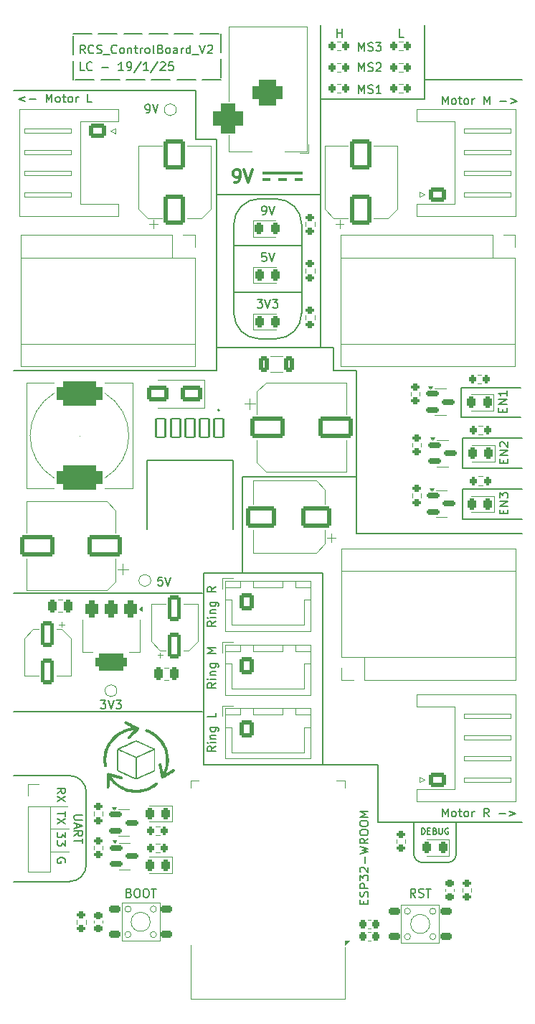
<source format=gto>
G04 #@! TF.GenerationSoftware,KiCad,Pcbnew,8.0.4*
G04 #@! TF.CreationDate,2025-01-23T14:05:32+11:00*
G04 #@! TF.ProjectId,Rotating_Cube_Shelf_2,526f7461-7469-46e6-975f-437562655f53,rev?*
G04 #@! TF.SameCoordinates,Original*
G04 #@! TF.FileFunction,Legend,Top*
G04 #@! TF.FilePolarity,Positive*
%FSLAX46Y46*%
G04 Gerber Fmt 4.6, Leading zero omitted, Abs format (unit mm)*
G04 Created by KiCad (PCBNEW 8.0.4) date 2025-01-23 14:05:32*
%MOMM*%
%LPD*%
G01*
G04 APERTURE LIST*
G04 Aperture macros list*
%AMRoundRect*
0 Rectangle with rounded corners*
0 $1 Rounding radius*
0 $2 $3 $4 $5 $6 $7 $8 $9 X,Y pos of 4 corners*
0 Add a 4 corners polygon primitive as box body*
4,1,4,$2,$3,$4,$5,$6,$7,$8,$9,$2,$3,0*
0 Add four circle primitives for the rounded corners*
1,1,$1+$1,$2,$3*
1,1,$1+$1,$4,$5*
1,1,$1+$1,$6,$7*
1,1,$1+$1,$8,$9*
0 Add four rect primitives between the rounded corners*
20,1,$1+$1,$2,$3,$4,$5,0*
20,1,$1+$1,$4,$5,$6,$7,0*
20,1,$1+$1,$6,$7,$8,$9,0*
20,1,$1+$1,$8,$9,$2,$3,0*%
G04 Aperture macros list end*
%ADD10C,0.150000*%
%ADD11C,0.200000*%
%ADD12C,0.100000*%
%ADD13C,0.300000*%
%ADD14C,0.120000*%
%ADD15C,0.000000*%
%ADD16C,0.127000*%
%ADD17C,0.010000*%
%ADD18RoundRect,0.250000X-0.600000X-0.725000X0.600000X-0.725000X0.600000X0.725000X-0.600000X0.725000X0*%
%ADD19O,1.700000X1.950000*%
%ADD20C,1.000000*%
%ADD21RoundRect,0.200000X0.275000X-0.200000X0.275000X0.200000X-0.275000X0.200000X-0.275000X-0.200000X0*%
%ADD22R,1.600000X1.600000*%
%ADD23O,1.600000X1.600000*%
%ADD24RoundRect,0.200000X-0.200000X-0.275000X0.200000X-0.275000X0.200000X0.275000X-0.200000X0.275000X0*%
%ADD25RoundRect,0.150000X-0.587500X-0.150000X0.587500X-0.150000X0.587500X0.150000X-0.587500X0.150000X0*%
%ADD26RoundRect,0.250000X-0.725000X0.600000X-0.725000X-0.600000X0.725000X-0.600000X0.725000X0.600000X0*%
%ADD27O,1.950000X1.700000*%
%ADD28RoundRect,0.250000X-0.550000X1.250000X-0.550000X-1.250000X0.550000X-1.250000X0.550000X1.250000X0*%
%ADD29RoundRect,0.250000X1.500000X1.000000X-1.500000X1.000000X-1.500000X-1.000000X1.500000X-1.000000X0*%
%ADD30RoundRect,0.225000X0.475000X0.225000X-0.475000X0.225000X-0.475000X-0.225000X0.475000X-0.225000X0*%
%ADD31RoundRect,0.243750X-0.243750X-0.456250X0.243750X-0.456250X0.243750X0.456250X-0.243750X0.456250X0*%
%ADD32RoundRect,0.243750X0.243750X0.456250X-0.243750X0.456250X-0.243750X-0.456250X0.243750X-0.456250X0*%
%ADD33RoundRect,0.250000X0.725000X-0.600000X0.725000X0.600000X-0.725000X0.600000X-0.725000X-0.600000X0*%
%ADD34RoundRect,0.225000X0.225000X0.250000X-0.225000X0.250000X-0.225000X-0.250000X0.225000X-0.250000X0*%
%ADD35RoundRect,0.250000X1.750000X1.000000X-1.750000X1.000000X-1.750000X-1.000000X1.750000X-1.000000X0*%
%ADD36R,3.500000X3.500000*%
%ADD37RoundRect,0.750000X-1.000000X0.750000X-1.000000X-0.750000X1.000000X-0.750000X1.000000X0.750000X0*%
%ADD38RoundRect,0.875000X-0.875000X0.875000X-0.875000X-0.875000X0.875000X-0.875000X0.875000X0.875000X0*%
%ADD39RoundRect,0.250000X1.000000X0.650000X-1.000000X0.650000X-1.000000X-0.650000X1.000000X-0.650000X0*%
%ADD40C,0.600000*%
%ADD41R,4.200000X4.200000*%
%ADD42R,1.500000X0.900000*%
%ADD43R,0.900000X1.500000*%
%ADD44C,3.200000*%
%ADD45R,1.700000X1.700000*%
%ADD46O,1.700000X1.700000*%
%ADD47RoundRect,0.250000X1.000000X-1.500000X1.000000X1.500000X-1.000000X1.500000X-1.000000X-1.500000X0*%
%ADD48RoundRect,0.375000X-0.375000X0.625000X-0.375000X-0.625000X0.375000X-0.625000X0.375000X0.625000X0*%
%ADD49RoundRect,0.500000X-1.400000X0.500000X-1.400000X-0.500000X1.400000X-0.500000X1.400000X0.500000X0*%
%ADD50RoundRect,0.250000X-0.250000X-0.475000X0.250000X-0.475000X0.250000X0.475000X-0.250000X0.475000X0*%
%ADD51RoundRect,0.225000X-0.250000X0.225000X-0.250000X-0.225000X0.250000X-0.225000X0.250000X0.225000X0*%
%ADD52RoundRect,0.200000X-0.275000X0.200000X-0.275000X-0.200000X0.275000X-0.200000X0.275000X0.200000X0*%
%ADD53RoundRect,0.250000X0.325000X0.650000X-0.325000X0.650000X-0.325000X-0.650000X0.325000X-0.650000X0*%
%ADD54RoundRect,0.250000X0.250000X0.475000X-0.250000X0.475000X-0.250000X-0.475000X0.250000X-0.475000X0*%
%ADD55RoundRect,0.225000X-0.475000X-0.225000X0.475000X-0.225000X0.475000X0.225000X-0.475000X0.225000X0*%
%ADD56RoundRect,0.250000X0.550000X-1.250000X0.550000X1.250000X-0.550000X1.250000X-0.550000X-1.250000X0*%
%ADD57RoundRect,0.725000X1.975000X0.725000X-1.975000X0.725000X-1.975000X-0.725000X1.975000X-0.725000X0*%
%ADD58RoundRect,0.102000X-0.535000X1.080000X-0.535000X-1.080000X0.535000X-1.080000X0.535000X1.080000X0*%
%ADD59RoundRect,0.250000X-1.750000X-1.000000X1.750000X-1.000000X1.750000X1.000000X-1.750000X1.000000X0*%
G04 APERTURE END LIST*
D10*
X18183333Y-45406533D02*
X18183333Y-44706533D01*
X18183333Y-44706533D02*
X18350000Y-44706533D01*
X18350000Y-44706533D02*
X18450000Y-44739866D01*
X18450000Y-44739866D02*
X18516667Y-44806533D01*
X18516667Y-44806533D02*
X18550000Y-44873200D01*
X18550000Y-44873200D02*
X18583333Y-45006533D01*
X18583333Y-45006533D02*
X18583333Y-45106533D01*
X18583333Y-45106533D02*
X18550000Y-45239866D01*
X18550000Y-45239866D02*
X18516667Y-45306533D01*
X18516667Y-45306533D02*
X18450000Y-45373200D01*
X18450000Y-45373200D02*
X18350000Y-45406533D01*
X18350000Y-45406533D02*
X18183333Y-45406533D01*
X18883333Y-45039866D02*
X19116667Y-45039866D01*
X19216667Y-45406533D02*
X18883333Y-45406533D01*
X18883333Y-45406533D02*
X18883333Y-44706533D01*
X18883333Y-44706533D02*
X19216667Y-44706533D01*
X19750000Y-45039866D02*
X19850000Y-45073200D01*
X19850000Y-45073200D02*
X19883333Y-45106533D01*
X19883333Y-45106533D02*
X19916666Y-45173200D01*
X19916666Y-45173200D02*
X19916666Y-45273200D01*
X19916666Y-45273200D02*
X19883333Y-45339866D01*
X19883333Y-45339866D02*
X19850000Y-45373200D01*
X19850000Y-45373200D02*
X19783333Y-45406533D01*
X19783333Y-45406533D02*
X19516666Y-45406533D01*
X19516666Y-45406533D02*
X19516666Y-44706533D01*
X19516666Y-44706533D02*
X19750000Y-44706533D01*
X19750000Y-44706533D02*
X19816666Y-44739866D01*
X19816666Y-44739866D02*
X19850000Y-44773200D01*
X19850000Y-44773200D02*
X19883333Y-44839866D01*
X19883333Y-44839866D02*
X19883333Y-44906533D01*
X19883333Y-44906533D02*
X19850000Y-44973200D01*
X19850000Y-44973200D02*
X19816666Y-45006533D01*
X19816666Y-45006533D02*
X19750000Y-45039866D01*
X19750000Y-45039866D02*
X19516666Y-45039866D01*
X20216666Y-44706533D02*
X20216666Y-45273200D01*
X20216666Y-45273200D02*
X20250000Y-45339866D01*
X20250000Y-45339866D02*
X20283333Y-45373200D01*
X20283333Y-45373200D02*
X20350000Y-45406533D01*
X20350000Y-45406533D02*
X20483333Y-45406533D01*
X20483333Y-45406533D02*
X20550000Y-45373200D01*
X20550000Y-45373200D02*
X20583333Y-45339866D01*
X20583333Y-45339866D02*
X20616666Y-45273200D01*
X20616666Y-45273200D02*
X20616666Y-44706533D01*
X21316666Y-44739866D02*
X21249999Y-44706533D01*
X21249999Y-44706533D02*
X21149999Y-44706533D01*
X21149999Y-44706533D02*
X21049999Y-44739866D01*
X21049999Y-44739866D02*
X20983333Y-44806533D01*
X20983333Y-44806533D02*
X20949999Y-44873200D01*
X20949999Y-44873200D02*
X20916666Y-45006533D01*
X20916666Y-45006533D02*
X20916666Y-45106533D01*
X20916666Y-45106533D02*
X20949999Y-45239866D01*
X20949999Y-45239866D02*
X20983333Y-45306533D01*
X20983333Y-45306533D02*
X21049999Y-45373200D01*
X21049999Y-45373200D02*
X21149999Y-45406533D01*
X21149999Y-45406533D02*
X21216666Y-45406533D01*
X21216666Y-45406533D02*
X21316666Y-45373200D01*
X21316666Y-45373200D02*
X21349999Y-45339866D01*
X21349999Y-45339866D02*
X21349999Y-45106533D01*
X21349999Y-45106533D02*
X21216666Y-45106533D01*
D11*
X18250000Y-48750000D02*
G75*
G02*
X17250000Y-47750000I0J1000000D01*
G01*
X22250000Y-47750000D02*
G75*
G02*
X21250000Y-48750000I-1000000J0D01*
G01*
X17250000Y-47750000D02*
X17250000Y-44000000D01*
X21250000Y-48750000D02*
X18250000Y-48750000D01*
X22250000Y-44000000D02*
X22250000Y-47750000D01*
X-23414214Y-38500000D02*
X-30000000Y-38500000D01*
X22875000Y3750000D02*
X22875000Y7250000D01*
X-3000000Y-14500000D02*
X-3000000Y-3250000D01*
X-23414214Y-38500000D02*
G75*
G02*
X-21414214Y-40500000I1J-1999999D01*
G01*
X-1000000Y29500000D02*
X1000000Y29500000D01*
X6250000Y30000000D02*
X-6000000Y30000000D01*
X10500000Y-3250000D02*
X10500000Y9250000D01*
X23750000Y-44000000D02*
X30000000Y-44000000D01*
X10500000Y9250000D02*
X7750000Y9250000D01*
X4000000Y26500000D02*
X4000000Y16000000D01*
X-6000000Y36500000D02*
X-8500000Y36500000D01*
X-21414214Y-40500000D02*
X-21414214Y-49000000D01*
X-4000000Y24000000D02*
X4000000Y24000000D01*
X4000000Y18500000D01*
X-4000000Y18500000D01*
X-4000000Y24000000D01*
X10500000Y-10000000D02*
X10500000Y-3250000D01*
X-7750000Y-31000000D02*
X-23414214Y-31000000D01*
X-7600000Y-14600000D02*
X6500000Y-14600000D01*
X6500000Y-37250000D01*
X-7600000Y-37250000D01*
X-7600000Y-14600000D01*
X17000000Y-44000000D02*
X23750000Y-44000000D01*
X6250000Y12000000D02*
X6250000Y41250000D01*
X6500000Y-37250000D02*
X13000000Y-37250000D01*
X6250000Y41250000D02*
X18500000Y41250000D01*
X13000000Y-37250000D02*
X13000000Y-44000000D01*
X29875000Y3750000D02*
X22875000Y3750000D01*
X-3000000Y-3250000D02*
X10500000Y-3250000D01*
X-6000000Y12000000D02*
X-6000000Y9250000D01*
X-21414214Y-49000000D02*
G75*
G02*
X-23414214Y-50999999I-1999999J0D01*
G01*
D12*
X-25600000Y-44750000D02*
X-23500000Y-44750000D01*
D11*
X1000000Y13000000D02*
X-1000000Y13000000D01*
X-7750000Y-17000000D02*
X-30000000Y-17000000D01*
X18500000Y41250000D02*
X18500000Y43500000D01*
X7750000Y12000000D02*
X-6000000Y12000000D01*
X-6000000Y9250000D02*
X-30000000Y9250000D01*
X30000000Y-8250000D02*
X23000000Y-8250000D01*
X-30000000Y-31000000D02*
X-23414214Y-31000000D01*
X-6000000Y12000000D02*
X-6000000Y36500000D01*
X13000000Y-44000000D02*
X17000000Y-44000000D01*
X23000000Y-2250000D02*
X23000000Y1250000D01*
X6250000Y41250000D02*
X6250000Y50000000D01*
X-8500000Y36500000D02*
X-8500000Y42250000D01*
X-1000000Y13000000D02*
G75*
G02*
X-4000000Y16000000I3J3000003D01*
G01*
X30000000Y-2250000D02*
X23000000Y-2250000D01*
D12*
X-25670000Y-42150000D02*
X-23670000Y-42150000D01*
D11*
X-23000000Y49000000D02*
X-20800000Y49000000D01*
X-20000000Y49000000D02*
X-17800000Y49000000D01*
X-17000000Y49000000D02*
X-14800000Y49000000D01*
X-14000000Y49000000D02*
X-11800000Y49000000D01*
X-11000000Y49000000D02*
X-8800000Y49000000D01*
X-8000000Y49000000D02*
X-5800000Y49000000D01*
X-5500000Y49000000D02*
X-5500000Y46800000D01*
X-5500000Y46000000D02*
X-5500000Y43800000D01*
X-5500000Y43500000D02*
X-7700000Y43500000D01*
X-8500000Y43500000D02*
X-10700000Y43500000D01*
X-11500000Y43500000D02*
X-13700000Y43500000D01*
X-14500000Y43500000D02*
X-16700000Y43500000D01*
X-17500000Y43500000D02*
X-19700000Y43500000D01*
X-20500000Y43500000D02*
X-22700000Y43500000D01*
X-23000000Y43500000D02*
X-23000000Y45700000D01*
X-23000000Y46500000D02*
X-23000000Y48700000D01*
X7750000Y9250000D02*
X7750000Y12000000D01*
X18500000Y43500000D02*
X18500000Y50000000D01*
X-8500000Y42250000D02*
X-30000000Y42250000D01*
X23000000Y-4750000D02*
X30000000Y-4750000D01*
X-4000000Y16000000D02*
X-4000000Y26500000D01*
X22875000Y7250000D02*
X29875000Y7250000D01*
D12*
X-25600000Y-47500000D02*
X-23500000Y-47500000D01*
D11*
X30000000Y-10000000D02*
X10500000Y-10000000D01*
X1000000Y29500000D02*
G75*
G02*
X4000000Y26500000I0J-3000000D01*
G01*
X18500000Y43500000D02*
X30000000Y43500000D01*
X23000000Y-8250000D02*
X23000000Y-4750000D01*
X4000000Y16000000D02*
G75*
G02*
X1000000Y13000000I-3000001J1D01*
G01*
X23000000Y1250000D02*
X30000000Y1250000D01*
X-4000000Y26500000D02*
G75*
G02*
X-1000000Y29500000I3000001J-1D01*
G01*
X-23414214Y-51000000D02*
X-30000000Y-51000000D01*
X11343409Y-53630326D02*
X11343409Y-53296993D01*
X11867219Y-53154136D02*
X11867219Y-53630326D01*
X11867219Y-53630326D02*
X10867219Y-53630326D01*
X10867219Y-53630326D02*
X10867219Y-53154136D01*
X11819600Y-52773183D02*
X11867219Y-52630326D01*
X11867219Y-52630326D02*
X11867219Y-52392231D01*
X11867219Y-52392231D02*
X11819600Y-52296993D01*
X11819600Y-52296993D02*
X11771980Y-52249374D01*
X11771980Y-52249374D02*
X11676742Y-52201755D01*
X11676742Y-52201755D02*
X11581504Y-52201755D01*
X11581504Y-52201755D02*
X11486266Y-52249374D01*
X11486266Y-52249374D02*
X11438647Y-52296993D01*
X11438647Y-52296993D02*
X11391028Y-52392231D01*
X11391028Y-52392231D02*
X11343409Y-52582707D01*
X11343409Y-52582707D02*
X11295790Y-52677945D01*
X11295790Y-52677945D02*
X11248171Y-52725564D01*
X11248171Y-52725564D02*
X11152933Y-52773183D01*
X11152933Y-52773183D02*
X11057695Y-52773183D01*
X11057695Y-52773183D02*
X10962457Y-52725564D01*
X10962457Y-52725564D02*
X10914838Y-52677945D01*
X10914838Y-52677945D02*
X10867219Y-52582707D01*
X10867219Y-52582707D02*
X10867219Y-52344612D01*
X10867219Y-52344612D02*
X10914838Y-52201755D01*
X11867219Y-51773183D02*
X10867219Y-51773183D01*
X10867219Y-51773183D02*
X10867219Y-51392231D01*
X10867219Y-51392231D02*
X10914838Y-51296993D01*
X10914838Y-51296993D02*
X10962457Y-51249374D01*
X10962457Y-51249374D02*
X11057695Y-51201755D01*
X11057695Y-51201755D02*
X11200552Y-51201755D01*
X11200552Y-51201755D02*
X11295790Y-51249374D01*
X11295790Y-51249374D02*
X11343409Y-51296993D01*
X11343409Y-51296993D02*
X11391028Y-51392231D01*
X11391028Y-51392231D02*
X11391028Y-51773183D01*
X10867219Y-50868421D02*
X10867219Y-50249374D01*
X10867219Y-50249374D02*
X11248171Y-50582707D01*
X11248171Y-50582707D02*
X11248171Y-50439850D01*
X11248171Y-50439850D02*
X11295790Y-50344612D01*
X11295790Y-50344612D02*
X11343409Y-50296993D01*
X11343409Y-50296993D02*
X11438647Y-50249374D01*
X11438647Y-50249374D02*
X11676742Y-50249374D01*
X11676742Y-50249374D02*
X11771980Y-50296993D01*
X11771980Y-50296993D02*
X11819600Y-50344612D01*
X11819600Y-50344612D02*
X11867219Y-50439850D01*
X11867219Y-50439850D02*
X11867219Y-50725564D01*
X11867219Y-50725564D02*
X11819600Y-50820802D01*
X11819600Y-50820802D02*
X11771980Y-50868421D01*
X10962457Y-49868421D02*
X10914838Y-49820802D01*
X10914838Y-49820802D02*
X10867219Y-49725564D01*
X10867219Y-49725564D02*
X10867219Y-49487469D01*
X10867219Y-49487469D02*
X10914838Y-49392231D01*
X10914838Y-49392231D02*
X10962457Y-49344612D01*
X10962457Y-49344612D02*
X11057695Y-49296993D01*
X11057695Y-49296993D02*
X11152933Y-49296993D01*
X11152933Y-49296993D02*
X11295790Y-49344612D01*
X11295790Y-49344612D02*
X11867219Y-49916040D01*
X11867219Y-49916040D02*
X11867219Y-49296993D01*
X11486266Y-48868421D02*
X11486266Y-48106517D01*
X10867219Y-47725564D02*
X11867219Y-47487469D01*
X11867219Y-47487469D02*
X11152933Y-47296993D01*
X11152933Y-47296993D02*
X11867219Y-47106517D01*
X11867219Y-47106517D02*
X10867219Y-46868422D01*
X11867219Y-45916041D02*
X11391028Y-46249374D01*
X11867219Y-46487469D02*
X10867219Y-46487469D01*
X10867219Y-46487469D02*
X10867219Y-46106517D01*
X10867219Y-46106517D02*
X10914838Y-46011279D01*
X10914838Y-46011279D02*
X10962457Y-45963660D01*
X10962457Y-45963660D02*
X11057695Y-45916041D01*
X11057695Y-45916041D02*
X11200552Y-45916041D01*
X11200552Y-45916041D02*
X11295790Y-45963660D01*
X11295790Y-45963660D02*
X11343409Y-46011279D01*
X11343409Y-46011279D02*
X11391028Y-46106517D01*
X11391028Y-46106517D02*
X11391028Y-46487469D01*
X10867219Y-45296993D02*
X10867219Y-45106517D01*
X10867219Y-45106517D02*
X10914838Y-45011279D01*
X10914838Y-45011279D02*
X11010076Y-44916041D01*
X11010076Y-44916041D02*
X11200552Y-44868422D01*
X11200552Y-44868422D02*
X11533885Y-44868422D01*
X11533885Y-44868422D02*
X11724361Y-44916041D01*
X11724361Y-44916041D02*
X11819600Y-45011279D01*
X11819600Y-45011279D02*
X11867219Y-45106517D01*
X11867219Y-45106517D02*
X11867219Y-45296993D01*
X11867219Y-45296993D02*
X11819600Y-45392231D01*
X11819600Y-45392231D02*
X11724361Y-45487469D01*
X11724361Y-45487469D02*
X11533885Y-45535088D01*
X11533885Y-45535088D02*
X11200552Y-45535088D01*
X11200552Y-45535088D02*
X11010076Y-45487469D01*
X11010076Y-45487469D02*
X10914838Y-45392231D01*
X10914838Y-45392231D02*
X10867219Y-45296993D01*
X10867219Y-44249374D02*
X10867219Y-44058898D01*
X10867219Y-44058898D02*
X10914838Y-43963660D01*
X10914838Y-43963660D02*
X11010076Y-43868422D01*
X11010076Y-43868422D02*
X11200552Y-43820803D01*
X11200552Y-43820803D02*
X11533885Y-43820803D01*
X11533885Y-43820803D02*
X11724361Y-43868422D01*
X11724361Y-43868422D02*
X11819600Y-43963660D01*
X11819600Y-43963660D02*
X11867219Y-44058898D01*
X11867219Y-44058898D02*
X11867219Y-44249374D01*
X11867219Y-44249374D02*
X11819600Y-44344612D01*
X11819600Y-44344612D02*
X11724361Y-44439850D01*
X11724361Y-44439850D02*
X11533885Y-44487469D01*
X11533885Y-44487469D02*
X11200552Y-44487469D01*
X11200552Y-44487469D02*
X11010076Y-44439850D01*
X11010076Y-44439850D02*
X10914838Y-44344612D01*
X10914838Y-44344612D02*
X10867219Y-44249374D01*
X11867219Y-43392231D02*
X10867219Y-43392231D01*
X10867219Y-43392231D02*
X11581504Y-43058898D01*
X11581504Y-43058898D02*
X10867219Y-42725565D01*
X10867219Y-42725565D02*
X11867219Y-42725565D01*
X-21558898Y46632780D02*
X-21892231Y47108971D01*
X-22130326Y46632780D02*
X-22130326Y47632780D01*
X-22130326Y47632780D02*
X-21749374Y47632780D01*
X-21749374Y47632780D02*
X-21654136Y47585161D01*
X-21654136Y47585161D02*
X-21606517Y47537542D01*
X-21606517Y47537542D02*
X-21558898Y47442304D01*
X-21558898Y47442304D02*
X-21558898Y47299447D01*
X-21558898Y47299447D02*
X-21606517Y47204209D01*
X-21606517Y47204209D02*
X-21654136Y47156590D01*
X-21654136Y47156590D02*
X-21749374Y47108971D01*
X-21749374Y47108971D02*
X-22130326Y47108971D01*
X-20558898Y46728019D02*
X-20606517Y46680400D01*
X-20606517Y46680400D02*
X-20749374Y46632780D01*
X-20749374Y46632780D02*
X-20844612Y46632780D01*
X-20844612Y46632780D02*
X-20987469Y46680400D01*
X-20987469Y46680400D02*
X-21082707Y46775638D01*
X-21082707Y46775638D02*
X-21130326Y46870876D01*
X-21130326Y46870876D02*
X-21177945Y47061352D01*
X-21177945Y47061352D02*
X-21177945Y47204209D01*
X-21177945Y47204209D02*
X-21130326Y47394685D01*
X-21130326Y47394685D02*
X-21082707Y47489923D01*
X-21082707Y47489923D02*
X-20987469Y47585161D01*
X-20987469Y47585161D02*
X-20844612Y47632780D01*
X-20844612Y47632780D02*
X-20749374Y47632780D01*
X-20749374Y47632780D02*
X-20606517Y47585161D01*
X-20606517Y47585161D02*
X-20558898Y47537542D01*
X-20177945Y46680400D02*
X-20035088Y46632780D01*
X-20035088Y46632780D02*
X-19796993Y46632780D01*
X-19796993Y46632780D02*
X-19701755Y46680400D01*
X-19701755Y46680400D02*
X-19654136Y46728019D01*
X-19654136Y46728019D02*
X-19606517Y46823257D01*
X-19606517Y46823257D02*
X-19606517Y46918495D01*
X-19606517Y46918495D02*
X-19654136Y47013733D01*
X-19654136Y47013733D02*
X-19701755Y47061352D01*
X-19701755Y47061352D02*
X-19796993Y47108971D01*
X-19796993Y47108971D02*
X-19987469Y47156590D01*
X-19987469Y47156590D02*
X-20082707Y47204209D01*
X-20082707Y47204209D02*
X-20130326Y47251828D01*
X-20130326Y47251828D02*
X-20177945Y47347066D01*
X-20177945Y47347066D02*
X-20177945Y47442304D01*
X-20177945Y47442304D02*
X-20130326Y47537542D01*
X-20130326Y47537542D02*
X-20082707Y47585161D01*
X-20082707Y47585161D02*
X-19987469Y47632780D01*
X-19987469Y47632780D02*
X-19749374Y47632780D01*
X-19749374Y47632780D02*
X-19606517Y47585161D01*
X-19416041Y46537542D02*
X-18654136Y46537542D01*
X-17844612Y46728019D02*
X-17892231Y46680400D01*
X-17892231Y46680400D02*
X-18035088Y46632780D01*
X-18035088Y46632780D02*
X-18130326Y46632780D01*
X-18130326Y46632780D02*
X-18273183Y46680400D01*
X-18273183Y46680400D02*
X-18368421Y46775638D01*
X-18368421Y46775638D02*
X-18416040Y46870876D01*
X-18416040Y46870876D02*
X-18463659Y47061352D01*
X-18463659Y47061352D02*
X-18463659Y47204209D01*
X-18463659Y47204209D02*
X-18416040Y47394685D01*
X-18416040Y47394685D02*
X-18368421Y47489923D01*
X-18368421Y47489923D02*
X-18273183Y47585161D01*
X-18273183Y47585161D02*
X-18130326Y47632780D01*
X-18130326Y47632780D02*
X-18035088Y47632780D01*
X-18035088Y47632780D02*
X-17892231Y47585161D01*
X-17892231Y47585161D02*
X-17844612Y47537542D01*
X-17273183Y46632780D02*
X-17368421Y46680400D01*
X-17368421Y46680400D02*
X-17416040Y46728019D01*
X-17416040Y46728019D02*
X-17463659Y46823257D01*
X-17463659Y46823257D02*
X-17463659Y47108971D01*
X-17463659Y47108971D02*
X-17416040Y47204209D01*
X-17416040Y47204209D02*
X-17368421Y47251828D01*
X-17368421Y47251828D02*
X-17273183Y47299447D01*
X-17273183Y47299447D02*
X-17130326Y47299447D01*
X-17130326Y47299447D02*
X-17035088Y47251828D01*
X-17035088Y47251828D02*
X-16987469Y47204209D01*
X-16987469Y47204209D02*
X-16939850Y47108971D01*
X-16939850Y47108971D02*
X-16939850Y46823257D01*
X-16939850Y46823257D02*
X-16987469Y46728019D01*
X-16987469Y46728019D02*
X-17035088Y46680400D01*
X-17035088Y46680400D02*
X-17130326Y46632780D01*
X-17130326Y46632780D02*
X-17273183Y46632780D01*
X-16511278Y47299447D02*
X-16511278Y46632780D01*
X-16511278Y47204209D02*
X-16463659Y47251828D01*
X-16463659Y47251828D02*
X-16368421Y47299447D01*
X-16368421Y47299447D02*
X-16225564Y47299447D01*
X-16225564Y47299447D02*
X-16130326Y47251828D01*
X-16130326Y47251828D02*
X-16082707Y47156590D01*
X-16082707Y47156590D02*
X-16082707Y46632780D01*
X-15749373Y47299447D02*
X-15368421Y47299447D01*
X-15606516Y47632780D02*
X-15606516Y46775638D01*
X-15606516Y46775638D02*
X-15558897Y46680400D01*
X-15558897Y46680400D02*
X-15463659Y46632780D01*
X-15463659Y46632780D02*
X-15368421Y46632780D01*
X-15035087Y46632780D02*
X-15035087Y47299447D01*
X-15035087Y47108971D02*
X-14987468Y47204209D01*
X-14987468Y47204209D02*
X-14939849Y47251828D01*
X-14939849Y47251828D02*
X-14844611Y47299447D01*
X-14844611Y47299447D02*
X-14749373Y47299447D01*
X-14273182Y46632780D02*
X-14368420Y46680400D01*
X-14368420Y46680400D02*
X-14416039Y46728019D01*
X-14416039Y46728019D02*
X-14463658Y46823257D01*
X-14463658Y46823257D02*
X-14463658Y47108971D01*
X-14463658Y47108971D02*
X-14416039Y47204209D01*
X-14416039Y47204209D02*
X-14368420Y47251828D01*
X-14368420Y47251828D02*
X-14273182Y47299447D01*
X-14273182Y47299447D02*
X-14130325Y47299447D01*
X-14130325Y47299447D02*
X-14035087Y47251828D01*
X-14035087Y47251828D02*
X-13987468Y47204209D01*
X-13987468Y47204209D02*
X-13939849Y47108971D01*
X-13939849Y47108971D02*
X-13939849Y46823257D01*
X-13939849Y46823257D02*
X-13987468Y46728019D01*
X-13987468Y46728019D02*
X-14035087Y46680400D01*
X-14035087Y46680400D02*
X-14130325Y46632780D01*
X-14130325Y46632780D02*
X-14273182Y46632780D01*
X-13368420Y46632780D02*
X-13463658Y46680400D01*
X-13463658Y46680400D02*
X-13511277Y46775638D01*
X-13511277Y46775638D02*
X-13511277Y47632780D01*
X-12654134Y47156590D02*
X-12511277Y47108971D01*
X-12511277Y47108971D02*
X-12463658Y47061352D01*
X-12463658Y47061352D02*
X-12416039Y46966114D01*
X-12416039Y46966114D02*
X-12416039Y46823257D01*
X-12416039Y46823257D02*
X-12463658Y46728019D01*
X-12463658Y46728019D02*
X-12511277Y46680400D01*
X-12511277Y46680400D02*
X-12606515Y46632780D01*
X-12606515Y46632780D02*
X-12987467Y46632780D01*
X-12987467Y46632780D02*
X-12987467Y47632780D01*
X-12987467Y47632780D02*
X-12654134Y47632780D01*
X-12654134Y47632780D02*
X-12558896Y47585161D01*
X-12558896Y47585161D02*
X-12511277Y47537542D01*
X-12511277Y47537542D02*
X-12463658Y47442304D01*
X-12463658Y47442304D02*
X-12463658Y47347066D01*
X-12463658Y47347066D02*
X-12511277Y47251828D01*
X-12511277Y47251828D02*
X-12558896Y47204209D01*
X-12558896Y47204209D02*
X-12654134Y47156590D01*
X-12654134Y47156590D02*
X-12987467Y47156590D01*
X-11844610Y46632780D02*
X-11939848Y46680400D01*
X-11939848Y46680400D02*
X-11987467Y46728019D01*
X-11987467Y46728019D02*
X-12035086Y46823257D01*
X-12035086Y46823257D02*
X-12035086Y47108971D01*
X-12035086Y47108971D02*
X-11987467Y47204209D01*
X-11987467Y47204209D02*
X-11939848Y47251828D01*
X-11939848Y47251828D02*
X-11844610Y47299447D01*
X-11844610Y47299447D02*
X-11701753Y47299447D01*
X-11701753Y47299447D02*
X-11606515Y47251828D01*
X-11606515Y47251828D02*
X-11558896Y47204209D01*
X-11558896Y47204209D02*
X-11511277Y47108971D01*
X-11511277Y47108971D02*
X-11511277Y46823257D01*
X-11511277Y46823257D02*
X-11558896Y46728019D01*
X-11558896Y46728019D02*
X-11606515Y46680400D01*
X-11606515Y46680400D02*
X-11701753Y46632780D01*
X-11701753Y46632780D02*
X-11844610Y46632780D01*
X-10654134Y46632780D02*
X-10654134Y47156590D01*
X-10654134Y47156590D02*
X-10701753Y47251828D01*
X-10701753Y47251828D02*
X-10796991Y47299447D01*
X-10796991Y47299447D02*
X-10987467Y47299447D01*
X-10987467Y47299447D02*
X-11082705Y47251828D01*
X-10654134Y46680400D02*
X-10749372Y46632780D01*
X-10749372Y46632780D02*
X-10987467Y46632780D01*
X-10987467Y46632780D02*
X-11082705Y46680400D01*
X-11082705Y46680400D02*
X-11130324Y46775638D01*
X-11130324Y46775638D02*
X-11130324Y46870876D01*
X-11130324Y46870876D02*
X-11082705Y46966114D01*
X-11082705Y46966114D02*
X-10987467Y47013733D01*
X-10987467Y47013733D02*
X-10749372Y47013733D01*
X-10749372Y47013733D02*
X-10654134Y47061352D01*
X-10177943Y46632780D02*
X-10177943Y47299447D01*
X-10177943Y47108971D02*
X-10130324Y47204209D01*
X-10130324Y47204209D02*
X-10082705Y47251828D01*
X-10082705Y47251828D02*
X-9987467Y47299447D01*
X-9987467Y47299447D02*
X-9892229Y47299447D01*
X-9130324Y46632780D02*
X-9130324Y47632780D01*
X-9130324Y46680400D02*
X-9225562Y46632780D01*
X-9225562Y46632780D02*
X-9416038Y46632780D01*
X-9416038Y46632780D02*
X-9511276Y46680400D01*
X-9511276Y46680400D02*
X-9558895Y46728019D01*
X-9558895Y46728019D02*
X-9606514Y46823257D01*
X-9606514Y46823257D02*
X-9606514Y47108971D01*
X-9606514Y47108971D02*
X-9558895Y47204209D01*
X-9558895Y47204209D02*
X-9511276Y47251828D01*
X-9511276Y47251828D02*
X-9416038Y47299447D01*
X-9416038Y47299447D02*
X-9225562Y47299447D01*
X-9225562Y47299447D02*
X-9130324Y47251828D01*
X-8892229Y46537542D02*
X-8130324Y46537542D01*
X-8035085Y47632780D02*
X-7701752Y46632780D01*
X-7701752Y46632780D02*
X-7368419Y47632780D01*
X-7082704Y47537542D02*
X-7035085Y47585161D01*
X-7035085Y47585161D02*
X-6939847Y47632780D01*
X-6939847Y47632780D02*
X-6701752Y47632780D01*
X-6701752Y47632780D02*
X-6606514Y47585161D01*
X-6606514Y47585161D02*
X-6558895Y47537542D01*
X-6558895Y47537542D02*
X-6511276Y47442304D01*
X-6511276Y47442304D02*
X-6511276Y47347066D01*
X-6511276Y47347066D02*
X-6558895Y47204209D01*
X-6558895Y47204209D02*
X-7130323Y46632780D01*
X-7130323Y46632780D02*
X-6511276Y46632780D01*
D10*
X-24869819Y-40583333D02*
X-24393628Y-40250000D01*
X-24869819Y-40011905D02*
X-23869819Y-40011905D01*
X-23869819Y-40011905D02*
X-23869819Y-40392857D01*
X-23869819Y-40392857D02*
X-23917438Y-40488095D01*
X-23917438Y-40488095D02*
X-23965057Y-40535714D01*
X-23965057Y-40535714D02*
X-24060295Y-40583333D01*
X-24060295Y-40583333D02*
X-24203152Y-40583333D01*
X-24203152Y-40583333D02*
X-24298390Y-40535714D01*
X-24298390Y-40535714D02*
X-24346009Y-40488095D01*
X-24346009Y-40488095D02*
X-24393628Y-40392857D01*
X-24393628Y-40392857D02*
X-24393628Y-40011905D01*
X-23869819Y-40916667D02*
X-24869819Y-41583333D01*
X-23869819Y-41583333D02*
X-24869819Y-40916667D01*
D11*
X-21867219Y-43154762D02*
X-22676742Y-43154762D01*
X-22676742Y-43154762D02*
X-22771980Y-43202381D01*
X-22771980Y-43202381D02*
X-22819600Y-43250000D01*
X-22819600Y-43250000D02*
X-22867219Y-43345238D01*
X-22867219Y-43345238D02*
X-22867219Y-43535714D01*
X-22867219Y-43535714D02*
X-22819600Y-43630952D01*
X-22819600Y-43630952D02*
X-22771980Y-43678571D01*
X-22771980Y-43678571D02*
X-22676742Y-43726190D01*
X-22676742Y-43726190D02*
X-21867219Y-43726190D01*
X-22581504Y-44154762D02*
X-22581504Y-44630952D01*
X-22867219Y-44059524D02*
X-21867219Y-44392857D01*
X-21867219Y-44392857D02*
X-22867219Y-44726190D01*
X-22867219Y-45630952D02*
X-22391028Y-45297619D01*
X-22867219Y-45059524D02*
X-21867219Y-45059524D01*
X-21867219Y-45059524D02*
X-21867219Y-45440476D01*
X-21867219Y-45440476D02*
X-21914838Y-45535714D01*
X-21914838Y-45535714D02*
X-21962457Y-45583333D01*
X-21962457Y-45583333D02*
X-22057695Y-45630952D01*
X-22057695Y-45630952D02*
X-22200552Y-45630952D01*
X-22200552Y-45630952D02*
X-22295790Y-45583333D01*
X-22295790Y-45583333D02*
X-22343409Y-45535714D01*
X-22343409Y-45535714D02*
X-22391028Y-45440476D01*
X-22391028Y-45440476D02*
X-22391028Y-45059524D01*
X-21867219Y-45916667D02*
X-21867219Y-46488095D01*
X-22867219Y-46202381D02*
X-21867219Y-46202381D01*
X10769673Y41932780D02*
X10769673Y42932780D01*
X10769673Y42932780D02*
X11103006Y42218495D01*
X11103006Y42218495D02*
X11436339Y42932780D01*
X11436339Y42932780D02*
X11436339Y41932780D01*
X11864911Y41980400D02*
X12007768Y41932780D01*
X12007768Y41932780D02*
X12245863Y41932780D01*
X12245863Y41932780D02*
X12341101Y41980400D01*
X12341101Y41980400D02*
X12388720Y42028019D01*
X12388720Y42028019D02*
X12436339Y42123257D01*
X12436339Y42123257D02*
X12436339Y42218495D01*
X12436339Y42218495D02*
X12388720Y42313733D01*
X12388720Y42313733D02*
X12341101Y42361352D01*
X12341101Y42361352D02*
X12245863Y42408971D01*
X12245863Y42408971D02*
X12055387Y42456590D01*
X12055387Y42456590D02*
X11960149Y42504209D01*
X11960149Y42504209D02*
X11912530Y42551828D01*
X11912530Y42551828D02*
X11864911Y42647066D01*
X11864911Y42647066D02*
X11864911Y42742304D01*
X11864911Y42742304D02*
X11912530Y42837542D01*
X11912530Y42837542D02*
X11960149Y42885161D01*
X11960149Y42885161D02*
X12055387Y42932780D01*
X12055387Y42932780D02*
X12293482Y42932780D01*
X12293482Y42932780D02*
X12436339Y42885161D01*
X13388720Y41932780D02*
X12817292Y41932780D01*
X13103006Y41932780D02*
X13103006Y42932780D01*
X13103006Y42932780D02*
X13007768Y42789923D01*
X13007768Y42789923D02*
X12912530Y42694685D01*
X12912530Y42694685D02*
X12817292Y42647066D01*
D10*
X-23869819Y-42738095D02*
X-23869819Y-43309523D01*
X-24869819Y-43023809D02*
X-23869819Y-43023809D01*
X-23869819Y-43547619D02*
X-24869819Y-44214285D01*
X-23869819Y-44214285D02*
X-24869819Y-43547619D01*
D11*
X-21654136Y44632780D02*
X-22130326Y44632780D01*
X-22130326Y44632780D02*
X-22130326Y45632780D01*
X-20749374Y44728019D02*
X-20796993Y44680400D01*
X-20796993Y44680400D02*
X-20939850Y44632780D01*
X-20939850Y44632780D02*
X-21035088Y44632780D01*
X-21035088Y44632780D02*
X-21177945Y44680400D01*
X-21177945Y44680400D02*
X-21273183Y44775638D01*
X-21273183Y44775638D02*
X-21320802Y44870876D01*
X-21320802Y44870876D02*
X-21368421Y45061352D01*
X-21368421Y45061352D02*
X-21368421Y45204209D01*
X-21368421Y45204209D02*
X-21320802Y45394685D01*
X-21320802Y45394685D02*
X-21273183Y45489923D01*
X-21273183Y45489923D02*
X-21177945Y45585161D01*
X-21177945Y45585161D02*
X-21035088Y45632780D01*
X-21035088Y45632780D02*
X-20939850Y45632780D01*
X-20939850Y45632780D02*
X-20796993Y45585161D01*
X-20796993Y45585161D02*
X-20749374Y45537542D01*
X-19558897Y45013733D02*
X-18796993Y45013733D01*
X-17035088Y44632780D02*
X-17606516Y44632780D01*
X-17320802Y44632780D02*
X-17320802Y45632780D01*
X-17320802Y45632780D02*
X-17416040Y45489923D01*
X-17416040Y45489923D02*
X-17511278Y45394685D01*
X-17511278Y45394685D02*
X-17606516Y45347066D01*
X-16558897Y44632780D02*
X-16368421Y44632780D01*
X-16368421Y44632780D02*
X-16273183Y44680400D01*
X-16273183Y44680400D02*
X-16225564Y44728019D01*
X-16225564Y44728019D02*
X-16130326Y44870876D01*
X-16130326Y44870876D02*
X-16082707Y45061352D01*
X-16082707Y45061352D02*
X-16082707Y45442304D01*
X-16082707Y45442304D02*
X-16130326Y45537542D01*
X-16130326Y45537542D02*
X-16177945Y45585161D01*
X-16177945Y45585161D02*
X-16273183Y45632780D01*
X-16273183Y45632780D02*
X-16463659Y45632780D01*
X-16463659Y45632780D02*
X-16558897Y45585161D01*
X-16558897Y45585161D02*
X-16606516Y45537542D01*
X-16606516Y45537542D02*
X-16654135Y45442304D01*
X-16654135Y45442304D02*
X-16654135Y45204209D01*
X-16654135Y45204209D02*
X-16606516Y45108971D01*
X-16606516Y45108971D02*
X-16558897Y45061352D01*
X-16558897Y45061352D02*
X-16463659Y45013733D01*
X-16463659Y45013733D02*
X-16273183Y45013733D01*
X-16273183Y45013733D02*
X-16177945Y45061352D01*
X-16177945Y45061352D02*
X-16130326Y45108971D01*
X-16130326Y45108971D02*
X-16082707Y45204209D01*
X-14939850Y45680400D02*
X-15796992Y44394685D01*
X-14082707Y44632780D02*
X-14654135Y44632780D01*
X-14368421Y44632780D02*
X-14368421Y45632780D01*
X-14368421Y45632780D02*
X-14463659Y45489923D01*
X-14463659Y45489923D02*
X-14558897Y45394685D01*
X-14558897Y45394685D02*
X-14654135Y45347066D01*
X-12939850Y45680400D02*
X-13796992Y44394685D01*
X-12654135Y45537542D02*
X-12606516Y45585161D01*
X-12606516Y45585161D02*
X-12511278Y45632780D01*
X-12511278Y45632780D02*
X-12273183Y45632780D01*
X-12273183Y45632780D02*
X-12177945Y45585161D01*
X-12177945Y45585161D02*
X-12130326Y45537542D01*
X-12130326Y45537542D02*
X-12082707Y45442304D01*
X-12082707Y45442304D02*
X-12082707Y45347066D01*
X-12082707Y45347066D02*
X-12130326Y45204209D01*
X-12130326Y45204209D02*
X-12701754Y44632780D01*
X-12701754Y44632780D02*
X-12082707Y44632780D01*
X-11177945Y45632780D02*
X-11654135Y45632780D01*
X-11654135Y45632780D02*
X-11701754Y45156590D01*
X-11701754Y45156590D02*
X-11654135Y45204209D01*
X-11654135Y45204209D02*
X-11558897Y45251828D01*
X-11558897Y45251828D02*
X-11320802Y45251828D01*
X-11320802Y45251828D02*
X-11225564Y45204209D01*
X-11225564Y45204209D02*
X-11177945Y45156590D01*
X-11177945Y45156590D02*
X-11130326Y45061352D01*
X-11130326Y45061352D02*
X-11130326Y44823257D01*
X-11130326Y44823257D02*
X-11177945Y44728019D01*
X-11177945Y44728019D02*
X-11225564Y44680400D01*
X-11225564Y44680400D02*
X-11320802Y44632780D01*
X-11320802Y44632780D02*
X-11558897Y44632780D01*
X-11558897Y44632780D02*
X-11654135Y44680400D01*
X-11654135Y44680400D02*
X-11701754Y44728019D01*
X20619673Y40632780D02*
X20619673Y41632780D01*
X20619673Y41632780D02*
X20953006Y40918495D01*
X20953006Y40918495D02*
X21286339Y41632780D01*
X21286339Y41632780D02*
X21286339Y40632780D01*
X21905387Y40632780D02*
X21810149Y40680400D01*
X21810149Y40680400D02*
X21762530Y40728019D01*
X21762530Y40728019D02*
X21714911Y40823257D01*
X21714911Y40823257D02*
X21714911Y41108971D01*
X21714911Y41108971D02*
X21762530Y41204209D01*
X21762530Y41204209D02*
X21810149Y41251828D01*
X21810149Y41251828D02*
X21905387Y41299447D01*
X21905387Y41299447D02*
X22048244Y41299447D01*
X22048244Y41299447D02*
X22143482Y41251828D01*
X22143482Y41251828D02*
X22191101Y41204209D01*
X22191101Y41204209D02*
X22238720Y41108971D01*
X22238720Y41108971D02*
X22238720Y40823257D01*
X22238720Y40823257D02*
X22191101Y40728019D01*
X22191101Y40728019D02*
X22143482Y40680400D01*
X22143482Y40680400D02*
X22048244Y40632780D01*
X22048244Y40632780D02*
X21905387Y40632780D01*
X22524435Y41299447D02*
X22905387Y41299447D01*
X22667292Y41632780D02*
X22667292Y40775638D01*
X22667292Y40775638D02*
X22714911Y40680400D01*
X22714911Y40680400D02*
X22810149Y40632780D01*
X22810149Y40632780D02*
X22905387Y40632780D01*
X23381578Y40632780D02*
X23286340Y40680400D01*
X23286340Y40680400D02*
X23238721Y40728019D01*
X23238721Y40728019D02*
X23191102Y40823257D01*
X23191102Y40823257D02*
X23191102Y41108971D01*
X23191102Y41108971D02*
X23238721Y41204209D01*
X23238721Y41204209D02*
X23286340Y41251828D01*
X23286340Y41251828D02*
X23381578Y41299447D01*
X23381578Y41299447D02*
X23524435Y41299447D01*
X23524435Y41299447D02*
X23619673Y41251828D01*
X23619673Y41251828D02*
X23667292Y41204209D01*
X23667292Y41204209D02*
X23714911Y41108971D01*
X23714911Y41108971D02*
X23714911Y40823257D01*
X23714911Y40823257D02*
X23667292Y40728019D01*
X23667292Y40728019D02*
X23619673Y40680400D01*
X23619673Y40680400D02*
X23524435Y40632780D01*
X23524435Y40632780D02*
X23381578Y40632780D01*
X24143483Y40632780D02*
X24143483Y41299447D01*
X24143483Y41108971D02*
X24191102Y41204209D01*
X24191102Y41204209D02*
X24238721Y41251828D01*
X24238721Y41251828D02*
X24333959Y41299447D01*
X24333959Y41299447D02*
X24429197Y41299447D01*
X25524436Y40632780D02*
X25524436Y41632780D01*
X25524436Y41632780D02*
X25857769Y40918495D01*
X25857769Y40918495D02*
X26191102Y41632780D01*
X26191102Y41632780D02*
X26191102Y40632780D01*
X27429198Y41013733D02*
X28191103Y41013733D01*
X28667293Y41299447D02*
X29429198Y41013733D01*
X29429198Y41013733D02*
X28667293Y40728019D01*
X-1238094Y17632780D02*
X-619047Y17632780D01*
X-619047Y17632780D02*
X-952380Y17251828D01*
X-952380Y17251828D02*
X-809523Y17251828D01*
X-809523Y17251828D02*
X-714285Y17204209D01*
X-714285Y17204209D02*
X-666666Y17156590D01*
X-666666Y17156590D02*
X-619047Y17061352D01*
X-619047Y17061352D02*
X-619047Y16823257D01*
X-619047Y16823257D02*
X-666666Y16728019D01*
X-666666Y16728019D02*
X-714285Y16680400D01*
X-714285Y16680400D02*
X-809523Y16632780D01*
X-809523Y16632780D02*
X-1095237Y16632780D01*
X-1095237Y16632780D02*
X-1190475Y16680400D01*
X-1190475Y16680400D02*
X-1238094Y16728019D01*
X-333332Y17632780D02*
X0Y16632780D01*
X0Y16632780D02*
X333333Y17632780D01*
X571429Y17632780D02*
X1190476Y17632780D01*
X1190476Y17632780D02*
X857143Y17251828D01*
X857143Y17251828D02*
X1000000Y17251828D01*
X1000000Y17251828D02*
X1095238Y17204209D01*
X1095238Y17204209D02*
X1142857Y17156590D01*
X1142857Y17156590D02*
X1190476Y17061352D01*
X1190476Y17061352D02*
X1190476Y16823257D01*
X1190476Y16823257D02*
X1142857Y16728019D01*
X1142857Y16728019D02*
X1095238Y16680400D01*
X1095238Y16680400D02*
X1000000Y16632780D01*
X1000000Y16632780D02*
X714286Y16632780D01*
X714286Y16632780D02*
X619048Y16680400D01*
X619048Y16680400D02*
X571429Y16728019D01*
X-28618422Y41549447D02*
X-29380326Y41263733D01*
X-29380326Y41263733D02*
X-28618422Y40978019D01*
X-28142231Y41263733D02*
X-27380327Y41263733D01*
X-26142231Y40882780D02*
X-26142231Y41882780D01*
X-26142231Y41882780D02*
X-25808898Y41168495D01*
X-25808898Y41168495D02*
X-25475565Y41882780D01*
X-25475565Y41882780D02*
X-25475565Y40882780D01*
X-24856517Y40882780D02*
X-24951755Y40930400D01*
X-24951755Y40930400D02*
X-24999374Y40978019D01*
X-24999374Y40978019D02*
X-25046993Y41073257D01*
X-25046993Y41073257D02*
X-25046993Y41358971D01*
X-25046993Y41358971D02*
X-24999374Y41454209D01*
X-24999374Y41454209D02*
X-24951755Y41501828D01*
X-24951755Y41501828D02*
X-24856517Y41549447D01*
X-24856517Y41549447D02*
X-24713660Y41549447D01*
X-24713660Y41549447D02*
X-24618422Y41501828D01*
X-24618422Y41501828D02*
X-24570803Y41454209D01*
X-24570803Y41454209D02*
X-24523184Y41358971D01*
X-24523184Y41358971D02*
X-24523184Y41073257D01*
X-24523184Y41073257D02*
X-24570803Y40978019D01*
X-24570803Y40978019D02*
X-24618422Y40930400D01*
X-24618422Y40930400D02*
X-24713660Y40882780D01*
X-24713660Y40882780D02*
X-24856517Y40882780D01*
X-24237469Y41549447D02*
X-23856517Y41549447D01*
X-24094612Y41882780D02*
X-24094612Y41025638D01*
X-24094612Y41025638D02*
X-24046993Y40930400D01*
X-24046993Y40930400D02*
X-23951755Y40882780D01*
X-23951755Y40882780D02*
X-23856517Y40882780D01*
X-23380326Y40882780D02*
X-23475564Y40930400D01*
X-23475564Y40930400D02*
X-23523183Y40978019D01*
X-23523183Y40978019D02*
X-23570802Y41073257D01*
X-23570802Y41073257D02*
X-23570802Y41358971D01*
X-23570802Y41358971D02*
X-23523183Y41454209D01*
X-23523183Y41454209D02*
X-23475564Y41501828D01*
X-23475564Y41501828D02*
X-23380326Y41549447D01*
X-23380326Y41549447D02*
X-23237469Y41549447D01*
X-23237469Y41549447D02*
X-23142231Y41501828D01*
X-23142231Y41501828D02*
X-23094612Y41454209D01*
X-23094612Y41454209D02*
X-23046993Y41358971D01*
X-23046993Y41358971D02*
X-23046993Y41073257D01*
X-23046993Y41073257D02*
X-23094612Y40978019D01*
X-23094612Y40978019D02*
X-23142231Y40930400D01*
X-23142231Y40930400D02*
X-23237469Y40882780D01*
X-23237469Y40882780D02*
X-23380326Y40882780D01*
X-22618421Y40882780D02*
X-22618421Y41549447D01*
X-22618421Y41358971D02*
X-22570802Y41454209D01*
X-22570802Y41454209D02*
X-22523183Y41501828D01*
X-22523183Y41501828D02*
X-22427945Y41549447D01*
X-22427945Y41549447D02*
X-22332707Y41549447D01*
X-20761278Y40882780D02*
X-21237468Y40882780D01*
X-21237468Y40882780D02*
X-21237468Y41882780D01*
X27843409Y-7630326D02*
X27843409Y-7296993D01*
X28367219Y-7154136D02*
X28367219Y-7630326D01*
X28367219Y-7630326D02*
X27367219Y-7630326D01*
X27367219Y-7630326D02*
X27367219Y-7154136D01*
X28367219Y-6725564D02*
X27367219Y-6725564D01*
X27367219Y-6725564D02*
X28367219Y-6154136D01*
X28367219Y-6154136D02*
X27367219Y-6154136D01*
X27367219Y-5773183D02*
X27367219Y-5154136D01*
X27367219Y-5154136D02*
X27748171Y-5487469D01*
X27748171Y-5487469D02*
X27748171Y-5344612D01*
X27748171Y-5344612D02*
X27795790Y-5249374D01*
X27795790Y-5249374D02*
X27843409Y-5201755D01*
X27843409Y-5201755D02*
X27938647Y-5154136D01*
X27938647Y-5154136D02*
X28176742Y-5154136D01*
X28176742Y-5154136D02*
X28271980Y-5201755D01*
X28271980Y-5201755D02*
X28319600Y-5249374D01*
X28319600Y-5249374D02*
X28367219Y-5344612D01*
X28367219Y-5344612D02*
X28367219Y-5630326D01*
X28367219Y-5630326D02*
X28319600Y-5725564D01*
X28319600Y-5725564D02*
X28271980Y-5773183D01*
X-6132780Y-35058898D02*
X-6608971Y-35392231D01*
X-6132780Y-35630326D02*
X-7132780Y-35630326D01*
X-7132780Y-35630326D02*
X-7132780Y-35249374D01*
X-7132780Y-35249374D02*
X-7085161Y-35154136D01*
X-7085161Y-35154136D02*
X-7037542Y-35106517D01*
X-7037542Y-35106517D02*
X-6942304Y-35058898D01*
X-6942304Y-35058898D02*
X-6799447Y-35058898D01*
X-6799447Y-35058898D02*
X-6704209Y-35106517D01*
X-6704209Y-35106517D02*
X-6656590Y-35154136D01*
X-6656590Y-35154136D02*
X-6608971Y-35249374D01*
X-6608971Y-35249374D02*
X-6608971Y-35630326D01*
X-6132780Y-34630326D02*
X-6799447Y-34630326D01*
X-7132780Y-34630326D02*
X-7085161Y-34677945D01*
X-7085161Y-34677945D02*
X-7037542Y-34630326D01*
X-7037542Y-34630326D02*
X-7085161Y-34582707D01*
X-7085161Y-34582707D02*
X-7132780Y-34630326D01*
X-7132780Y-34630326D02*
X-7037542Y-34630326D01*
X-6799447Y-34154136D02*
X-6132780Y-34154136D01*
X-6704209Y-34154136D02*
X-6751828Y-34106517D01*
X-6751828Y-34106517D02*
X-6799447Y-34011279D01*
X-6799447Y-34011279D02*
X-6799447Y-33868422D01*
X-6799447Y-33868422D02*
X-6751828Y-33773184D01*
X-6751828Y-33773184D02*
X-6656590Y-33725565D01*
X-6656590Y-33725565D02*
X-6132780Y-33725565D01*
X-6799447Y-32820803D02*
X-5989923Y-32820803D01*
X-5989923Y-32820803D02*
X-5894685Y-32868422D01*
X-5894685Y-32868422D02*
X-5847066Y-32916041D01*
X-5847066Y-32916041D02*
X-5799447Y-33011279D01*
X-5799447Y-33011279D02*
X-5799447Y-33154136D01*
X-5799447Y-33154136D02*
X-5847066Y-33249374D01*
X-6180400Y-32820803D02*
X-6132780Y-32916041D01*
X-6132780Y-32916041D02*
X-6132780Y-33106517D01*
X-6132780Y-33106517D02*
X-6180400Y-33201755D01*
X-6180400Y-33201755D02*
X-6228019Y-33249374D01*
X-6228019Y-33249374D02*
X-6323257Y-33296993D01*
X-6323257Y-33296993D02*
X-6608971Y-33296993D01*
X-6608971Y-33296993D02*
X-6704209Y-33249374D01*
X-6704209Y-33249374D02*
X-6751828Y-33201755D01*
X-6751828Y-33201755D02*
X-6799447Y-33106517D01*
X-6799447Y-33106517D02*
X-6799447Y-32916041D01*
X-6799447Y-32916041D02*
X-6751828Y-32820803D01*
X-6132780Y-31106517D02*
X-6132780Y-31582707D01*
X-6132780Y-31582707D02*
X-7132780Y-31582707D01*
X-619047Y27632780D02*
X-428571Y27632780D01*
X-428571Y27632780D02*
X-333333Y27680400D01*
X-333333Y27680400D02*
X-285714Y27728019D01*
X-285714Y27728019D02*
X-190476Y27870876D01*
X-190476Y27870876D02*
X-142857Y28061352D01*
X-142857Y28061352D02*
X-142857Y28442304D01*
X-142857Y28442304D02*
X-190476Y28537542D01*
X-190476Y28537542D02*
X-238095Y28585161D01*
X-238095Y28585161D02*
X-333333Y28632780D01*
X-333333Y28632780D02*
X-523809Y28632780D01*
X-523809Y28632780D02*
X-619047Y28585161D01*
X-619047Y28585161D02*
X-666666Y28537542D01*
X-666666Y28537542D02*
X-714285Y28442304D01*
X-714285Y28442304D02*
X-714285Y28204209D01*
X-714285Y28204209D02*
X-666666Y28108971D01*
X-666666Y28108971D02*
X-619047Y28061352D01*
X-619047Y28061352D02*
X-523809Y28013733D01*
X-523809Y28013733D02*
X-333333Y28013733D01*
X-333333Y28013733D02*
X-238095Y28061352D01*
X-238095Y28061352D02*
X-190476Y28108971D01*
X-190476Y28108971D02*
X-142857Y28204209D01*
X142857Y28632780D02*
X476190Y27632780D01*
X476190Y27632780D02*
X809523Y28632780D01*
X8169673Y48532780D02*
X8169673Y49532780D01*
X8169673Y49056590D02*
X8741101Y49056590D01*
X8741101Y48532780D02*
X8741101Y49532780D01*
X27718409Y4369673D02*
X27718409Y4703006D01*
X28242219Y4845863D02*
X28242219Y4369673D01*
X28242219Y4369673D02*
X27242219Y4369673D01*
X27242219Y4369673D02*
X27242219Y4845863D01*
X28242219Y5274435D02*
X27242219Y5274435D01*
X27242219Y5274435D02*
X28242219Y5845863D01*
X28242219Y5845863D02*
X27242219Y5845863D01*
X28242219Y6845863D02*
X28242219Y6274435D01*
X28242219Y6560149D02*
X27242219Y6560149D01*
X27242219Y6560149D02*
X27385076Y6464911D01*
X27385076Y6464911D02*
X27480314Y6369673D01*
X27480314Y6369673D02*
X27527933Y6274435D01*
X-12440476Y-15117219D02*
X-12916666Y-15117219D01*
X-12916666Y-15117219D02*
X-12964285Y-15593409D01*
X-12964285Y-15593409D02*
X-12916666Y-15545790D01*
X-12916666Y-15545790D02*
X-12821428Y-15498171D01*
X-12821428Y-15498171D02*
X-12583333Y-15498171D01*
X-12583333Y-15498171D02*
X-12488095Y-15545790D01*
X-12488095Y-15545790D02*
X-12440476Y-15593409D01*
X-12440476Y-15593409D02*
X-12392857Y-15688647D01*
X-12392857Y-15688647D02*
X-12392857Y-15926742D01*
X-12392857Y-15926742D02*
X-12440476Y-16021980D01*
X-12440476Y-16021980D02*
X-12488095Y-16069600D01*
X-12488095Y-16069600D02*
X-12583333Y-16117219D01*
X-12583333Y-16117219D02*
X-12821428Y-16117219D01*
X-12821428Y-16117219D02*
X-12916666Y-16069600D01*
X-12916666Y-16069600D02*
X-12964285Y-16021980D01*
X-12107142Y-15117219D02*
X-11773809Y-16117219D01*
X-11773809Y-16117219D02*
X-11440476Y-15117219D01*
X-190476Y23132780D02*
X-666666Y23132780D01*
X-666666Y23132780D02*
X-714285Y22656590D01*
X-714285Y22656590D02*
X-666666Y22704209D01*
X-666666Y22704209D02*
X-571428Y22751828D01*
X-571428Y22751828D02*
X-333333Y22751828D01*
X-333333Y22751828D02*
X-238095Y22704209D01*
X-238095Y22704209D02*
X-190476Y22656590D01*
X-190476Y22656590D02*
X-142857Y22561352D01*
X-142857Y22561352D02*
X-142857Y22323257D01*
X-142857Y22323257D02*
X-190476Y22228019D01*
X-190476Y22228019D02*
X-238095Y22180400D01*
X-238095Y22180400D02*
X-333333Y22132780D01*
X-333333Y22132780D02*
X-571428Y22132780D01*
X-571428Y22132780D02*
X-666666Y22180400D01*
X-666666Y22180400D02*
X-714285Y22228019D01*
X142857Y23132780D02*
X476190Y22132780D01*
X476190Y22132780D02*
X809523Y23132780D01*
X-6132780Y-20308898D02*
X-6608971Y-20642231D01*
X-6132780Y-20880326D02*
X-7132780Y-20880326D01*
X-7132780Y-20880326D02*
X-7132780Y-20499374D01*
X-7132780Y-20499374D02*
X-7085161Y-20404136D01*
X-7085161Y-20404136D02*
X-7037542Y-20356517D01*
X-7037542Y-20356517D02*
X-6942304Y-20308898D01*
X-6942304Y-20308898D02*
X-6799447Y-20308898D01*
X-6799447Y-20308898D02*
X-6704209Y-20356517D01*
X-6704209Y-20356517D02*
X-6656590Y-20404136D01*
X-6656590Y-20404136D02*
X-6608971Y-20499374D01*
X-6608971Y-20499374D02*
X-6608971Y-20880326D01*
X-6132780Y-19880326D02*
X-6799447Y-19880326D01*
X-7132780Y-19880326D02*
X-7085161Y-19927945D01*
X-7085161Y-19927945D02*
X-7037542Y-19880326D01*
X-7037542Y-19880326D02*
X-7085161Y-19832707D01*
X-7085161Y-19832707D02*
X-7132780Y-19880326D01*
X-7132780Y-19880326D02*
X-7037542Y-19880326D01*
X-6799447Y-19404136D02*
X-6132780Y-19404136D01*
X-6704209Y-19404136D02*
X-6751828Y-19356517D01*
X-6751828Y-19356517D02*
X-6799447Y-19261279D01*
X-6799447Y-19261279D02*
X-6799447Y-19118422D01*
X-6799447Y-19118422D02*
X-6751828Y-19023184D01*
X-6751828Y-19023184D02*
X-6656590Y-18975565D01*
X-6656590Y-18975565D02*
X-6132780Y-18975565D01*
X-6799447Y-18070803D02*
X-5989923Y-18070803D01*
X-5989923Y-18070803D02*
X-5894685Y-18118422D01*
X-5894685Y-18118422D02*
X-5847066Y-18166041D01*
X-5847066Y-18166041D02*
X-5799447Y-18261279D01*
X-5799447Y-18261279D02*
X-5799447Y-18404136D01*
X-5799447Y-18404136D02*
X-5847066Y-18499374D01*
X-6180400Y-18070803D02*
X-6132780Y-18166041D01*
X-6132780Y-18166041D02*
X-6132780Y-18356517D01*
X-6132780Y-18356517D02*
X-6180400Y-18451755D01*
X-6180400Y-18451755D02*
X-6228019Y-18499374D01*
X-6228019Y-18499374D02*
X-6323257Y-18546993D01*
X-6323257Y-18546993D02*
X-6608971Y-18546993D01*
X-6608971Y-18546993D02*
X-6704209Y-18499374D01*
X-6704209Y-18499374D02*
X-6751828Y-18451755D01*
X-6751828Y-18451755D02*
X-6799447Y-18356517D01*
X-6799447Y-18356517D02*
X-6799447Y-18166041D01*
X-6799447Y-18166041D02*
X-6751828Y-18070803D01*
X-6132780Y-16261279D02*
X-6608971Y-16594612D01*
X-6132780Y-16832707D02*
X-7132780Y-16832707D01*
X-7132780Y-16832707D02*
X-7132780Y-16451755D01*
X-7132780Y-16451755D02*
X-7085161Y-16356517D01*
X-7085161Y-16356517D02*
X-7037542Y-16308898D01*
X-7037542Y-16308898D02*
X-6942304Y-16261279D01*
X-6942304Y-16261279D02*
X-6799447Y-16261279D01*
X-6799447Y-16261279D02*
X-6704209Y-16308898D01*
X-6704209Y-16308898D02*
X-6656590Y-16356517D01*
X-6656590Y-16356517D02*
X-6608971Y-16451755D01*
X-6608971Y-16451755D02*
X-6608971Y-16832707D01*
X-19738094Y-29617219D02*
X-19119047Y-29617219D01*
X-19119047Y-29617219D02*
X-19452380Y-29998171D01*
X-19452380Y-29998171D02*
X-19309523Y-29998171D01*
X-19309523Y-29998171D02*
X-19214285Y-30045790D01*
X-19214285Y-30045790D02*
X-19166666Y-30093409D01*
X-19166666Y-30093409D02*
X-19119047Y-30188647D01*
X-19119047Y-30188647D02*
X-19119047Y-30426742D01*
X-19119047Y-30426742D02*
X-19166666Y-30521980D01*
X-19166666Y-30521980D02*
X-19214285Y-30569600D01*
X-19214285Y-30569600D02*
X-19309523Y-30617219D01*
X-19309523Y-30617219D02*
X-19595237Y-30617219D01*
X-19595237Y-30617219D02*
X-19690475Y-30569600D01*
X-19690475Y-30569600D02*
X-19738094Y-30521980D01*
X-18833332Y-29617219D02*
X-18499999Y-30617219D01*
X-18499999Y-30617219D02*
X-18166666Y-29617219D01*
X-17928570Y-29617219D02*
X-17309523Y-29617219D01*
X-17309523Y-29617219D02*
X-17642856Y-29998171D01*
X-17642856Y-29998171D02*
X-17499999Y-29998171D01*
X-17499999Y-29998171D02*
X-17404761Y-30045790D01*
X-17404761Y-30045790D02*
X-17357142Y-30093409D01*
X-17357142Y-30093409D02*
X-17309523Y-30188647D01*
X-17309523Y-30188647D02*
X-17309523Y-30426742D01*
X-17309523Y-30426742D02*
X-17357142Y-30521980D01*
X-17357142Y-30521980D02*
X-17404761Y-30569600D01*
X-17404761Y-30569600D02*
X-17499999Y-30617219D01*
X-17499999Y-30617219D02*
X-17785713Y-30617219D01*
X-17785713Y-30617219D02*
X-17880951Y-30569600D01*
X-17880951Y-30569600D02*
X-17928570Y-30521980D01*
X-16357142Y-52343409D02*
X-16214285Y-52391028D01*
X-16214285Y-52391028D02*
X-16166666Y-52438647D01*
X-16166666Y-52438647D02*
X-16119047Y-52533885D01*
X-16119047Y-52533885D02*
X-16119047Y-52676742D01*
X-16119047Y-52676742D02*
X-16166666Y-52771980D01*
X-16166666Y-52771980D02*
X-16214285Y-52819600D01*
X-16214285Y-52819600D02*
X-16309523Y-52867219D01*
X-16309523Y-52867219D02*
X-16690475Y-52867219D01*
X-16690475Y-52867219D02*
X-16690475Y-51867219D01*
X-16690475Y-51867219D02*
X-16357142Y-51867219D01*
X-16357142Y-51867219D02*
X-16261904Y-51914838D01*
X-16261904Y-51914838D02*
X-16214285Y-51962457D01*
X-16214285Y-51962457D02*
X-16166666Y-52057695D01*
X-16166666Y-52057695D02*
X-16166666Y-52152933D01*
X-16166666Y-52152933D02*
X-16214285Y-52248171D01*
X-16214285Y-52248171D02*
X-16261904Y-52295790D01*
X-16261904Y-52295790D02*
X-16357142Y-52343409D01*
X-16357142Y-52343409D02*
X-16690475Y-52343409D01*
X-15499999Y-51867219D02*
X-15309523Y-51867219D01*
X-15309523Y-51867219D02*
X-15214285Y-51914838D01*
X-15214285Y-51914838D02*
X-15119047Y-52010076D01*
X-15119047Y-52010076D02*
X-15071428Y-52200552D01*
X-15071428Y-52200552D02*
X-15071428Y-52533885D01*
X-15071428Y-52533885D02*
X-15119047Y-52724361D01*
X-15119047Y-52724361D02*
X-15214285Y-52819600D01*
X-15214285Y-52819600D02*
X-15309523Y-52867219D01*
X-15309523Y-52867219D02*
X-15499999Y-52867219D01*
X-15499999Y-52867219D02*
X-15595237Y-52819600D01*
X-15595237Y-52819600D02*
X-15690475Y-52724361D01*
X-15690475Y-52724361D02*
X-15738094Y-52533885D01*
X-15738094Y-52533885D02*
X-15738094Y-52200552D01*
X-15738094Y-52200552D02*
X-15690475Y-52010076D01*
X-15690475Y-52010076D02*
X-15595237Y-51914838D01*
X-15595237Y-51914838D02*
X-15499999Y-51867219D01*
X-14452380Y-51867219D02*
X-14261904Y-51867219D01*
X-14261904Y-51867219D02*
X-14166666Y-51914838D01*
X-14166666Y-51914838D02*
X-14071428Y-52010076D01*
X-14071428Y-52010076D02*
X-14023809Y-52200552D01*
X-14023809Y-52200552D02*
X-14023809Y-52533885D01*
X-14023809Y-52533885D02*
X-14071428Y-52724361D01*
X-14071428Y-52724361D02*
X-14166666Y-52819600D01*
X-14166666Y-52819600D02*
X-14261904Y-52867219D01*
X-14261904Y-52867219D02*
X-14452380Y-52867219D01*
X-14452380Y-52867219D02*
X-14547618Y-52819600D01*
X-14547618Y-52819600D02*
X-14642856Y-52724361D01*
X-14642856Y-52724361D02*
X-14690475Y-52533885D01*
X-14690475Y-52533885D02*
X-14690475Y-52200552D01*
X-14690475Y-52200552D02*
X-14642856Y-52010076D01*
X-14642856Y-52010076D02*
X-14547618Y-51914838D01*
X-14547618Y-51914838D02*
X-14452380Y-51867219D01*
X-13738094Y-51867219D02*
X-13166666Y-51867219D01*
X-13452380Y-52867219D02*
X-13452380Y-51867219D01*
X10769673Y44532780D02*
X10769673Y45532780D01*
X10769673Y45532780D02*
X11103006Y44818495D01*
X11103006Y44818495D02*
X11436339Y45532780D01*
X11436339Y45532780D02*
X11436339Y44532780D01*
X11864911Y44580400D02*
X12007768Y44532780D01*
X12007768Y44532780D02*
X12245863Y44532780D01*
X12245863Y44532780D02*
X12341101Y44580400D01*
X12341101Y44580400D02*
X12388720Y44628019D01*
X12388720Y44628019D02*
X12436339Y44723257D01*
X12436339Y44723257D02*
X12436339Y44818495D01*
X12436339Y44818495D02*
X12388720Y44913733D01*
X12388720Y44913733D02*
X12341101Y44961352D01*
X12341101Y44961352D02*
X12245863Y45008971D01*
X12245863Y45008971D02*
X12055387Y45056590D01*
X12055387Y45056590D02*
X11960149Y45104209D01*
X11960149Y45104209D02*
X11912530Y45151828D01*
X11912530Y45151828D02*
X11864911Y45247066D01*
X11864911Y45247066D02*
X11864911Y45342304D01*
X11864911Y45342304D02*
X11912530Y45437542D01*
X11912530Y45437542D02*
X11960149Y45485161D01*
X11960149Y45485161D02*
X12055387Y45532780D01*
X12055387Y45532780D02*
X12293482Y45532780D01*
X12293482Y45532780D02*
X12436339Y45485161D01*
X12817292Y45437542D02*
X12864911Y45485161D01*
X12864911Y45485161D02*
X12960149Y45532780D01*
X12960149Y45532780D02*
X13198244Y45532780D01*
X13198244Y45532780D02*
X13293482Y45485161D01*
X13293482Y45485161D02*
X13341101Y45437542D01*
X13341101Y45437542D02*
X13388720Y45342304D01*
X13388720Y45342304D02*
X13388720Y45247066D01*
X13388720Y45247066D02*
X13341101Y45104209D01*
X13341101Y45104209D02*
X12769673Y44532780D01*
X12769673Y44532780D02*
X13388720Y44532780D01*
D13*
X-3928570Y31449171D02*
X-3642856Y31449171D01*
X-3642856Y31449171D02*
X-3499999Y31520600D01*
X-3499999Y31520600D02*
X-3428570Y31592028D01*
X-3428570Y31592028D02*
X-3285713Y31806314D01*
X-3285713Y31806314D02*
X-3214284Y32092028D01*
X-3214284Y32092028D02*
X-3214284Y32663457D01*
X-3214284Y32663457D02*
X-3285713Y32806314D01*
X-3285713Y32806314D02*
X-3357142Y32877742D01*
X-3357142Y32877742D02*
X-3499999Y32949171D01*
X-3499999Y32949171D02*
X-3785713Y32949171D01*
X-3785713Y32949171D02*
X-3928570Y32877742D01*
X-3928570Y32877742D02*
X-3999999Y32806314D01*
X-3999999Y32806314D02*
X-4071427Y32663457D01*
X-4071427Y32663457D02*
X-4071427Y32306314D01*
X-4071427Y32306314D02*
X-3999999Y32163457D01*
X-3999999Y32163457D02*
X-3928570Y32092028D01*
X-3928570Y32092028D02*
X-3785713Y32020600D01*
X-3785713Y32020600D02*
X-3499999Y32020600D01*
X-3499999Y32020600D02*
X-3357142Y32092028D01*
X-3357142Y32092028D02*
X-3285713Y32163457D01*
X-3285713Y32163457D02*
X-3214284Y32306314D01*
X-2785713Y32949171D02*
X-2285713Y31449171D01*
X-2285713Y31449171D02*
X-1785713Y32949171D01*
D10*
X-23869819Y-45190476D02*
X-23869819Y-45809523D01*
X-23869819Y-45809523D02*
X-24250771Y-45476190D01*
X-24250771Y-45476190D02*
X-24250771Y-45619047D01*
X-24250771Y-45619047D02*
X-24298390Y-45714285D01*
X-24298390Y-45714285D02*
X-24346009Y-45761904D01*
X-24346009Y-45761904D02*
X-24441247Y-45809523D01*
X-24441247Y-45809523D02*
X-24679342Y-45809523D01*
X-24679342Y-45809523D02*
X-24774580Y-45761904D01*
X-24774580Y-45761904D02*
X-24822200Y-45714285D01*
X-24822200Y-45714285D02*
X-24869819Y-45619047D01*
X-24869819Y-45619047D02*
X-24869819Y-45333333D01*
X-24869819Y-45333333D02*
X-24822200Y-45238095D01*
X-24822200Y-45238095D02*
X-24774580Y-45190476D01*
X-23869819Y-46142857D02*
X-23869819Y-46761904D01*
X-23869819Y-46761904D02*
X-24250771Y-46428571D01*
X-24250771Y-46428571D02*
X-24250771Y-46571428D01*
X-24250771Y-46571428D02*
X-24298390Y-46666666D01*
X-24298390Y-46666666D02*
X-24346009Y-46714285D01*
X-24346009Y-46714285D02*
X-24441247Y-46761904D01*
X-24441247Y-46761904D02*
X-24679342Y-46761904D01*
X-24679342Y-46761904D02*
X-24774580Y-46714285D01*
X-24774580Y-46714285D02*
X-24822200Y-46666666D01*
X-24822200Y-46666666D02*
X-24869819Y-46571428D01*
X-24869819Y-46571428D02*
X-24869819Y-46285714D01*
X-24869819Y-46285714D02*
X-24822200Y-46190476D01*
X-24822200Y-46190476D02*
X-24774580Y-46142857D01*
D11*
X20619673Y-43367219D02*
X20619673Y-42367219D01*
X20619673Y-42367219D02*
X20953006Y-43081504D01*
X20953006Y-43081504D02*
X21286339Y-42367219D01*
X21286339Y-42367219D02*
X21286339Y-43367219D01*
X21905387Y-43367219D02*
X21810149Y-43319600D01*
X21810149Y-43319600D02*
X21762530Y-43271980D01*
X21762530Y-43271980D02*
X21714911Y-43176742D01*
X21714911Y-43176742D02*
X21714911Y-42891028D01*
X21714911Y-42891028D02*
X21762530Y-42795790D01*
X21762530Y-42795790D02*
X21810149Y-42748171D01*
X21810149Y-42748171D02*
X21905387Y-42700552D01*
X21905387Y-42700552D02*
X22048244Y-42700552D01*
X22048244Y-42700552D02*
X22143482Y-42748171D01*
X22143482Y-42748171D02*
X22191101Y-42795790D01*
X22191101Y-42795790D02*
X22238720Y-42891028D01*
X22238720Y-42891028D02*
X22238720Y-43176742D01*
X22238720Y-43176742D02*
X22191101Y-43271980D01*
X22191101Y-43271980D02*
X22143482Y-43319600D01*
X22143482Y-43319600D02*
X22048244Y-43367219D01*
X22048244Y-43367219D02*
X21905387Y-43367219D01*
X22524435Y-42700552D02*
X22905387Y-42700552D01*
X22667292Y-42367219D02*
X22667292Y-43224361D01*
X22667292Y-43224361D02*
X22714911Y-43319600D01*
X22714911Y-43319600D02*
X22810149Y-43367219D01*
X22810149Y-43367219D02*
X22905387Y-43367219D01*
X23381578Y-43367219D02*
X23286340Y-43319600D01*
X23286340Y-43319600D02*
X23238721Y-43271980D01*
X23238721Y-43271980D02*
X23191102Y-43176742D01*
X23191102Y-43176742D02*
X23191102Y-42891028D01*
X23191102Y-42891028D02*
X23238721Y-42795790D01*
X23238721Y-42795790D02*
X23286340Y-42748171D01*
X23286340Y-42748171D02*
X23381578Y-42700552D01*
X23381578Y-42700552D02*
X23524435Y-42700552D01*
X23524435Y-42700552D02*
X23619673Y-42748171D01*
X23619673Y-42748171D02*
X23667292Y-42795790D01*
X23667292Y-42795790D02*
X23714911Y-42891028D01*
X23714911Y-42891028D02*
X23714911Y-43176742D01*
X23714911Y-43176742D02*
X23667292Y-43271980D01*
X23667292Y-43271980D02*
X23619673Y-43319600D01*
X23619673Y-43319600D02*
X23524435Y-43367219D01*
X23524435Y-43367219D02*
X23381578Y-43367219D01*
X24143483Y-43367219D02*
X24143483Y-42700552D01*
X24143483Y-42891028D02*
X24191102Y-42795790D01*
X24191102Y-42795790D02*
X24238721Y-42748171D01*
X24238721Y-42748171D02*
X24333959Y-42700552D01*
X24333959Y-42700552D02*
X24429197Y-42700552D01*
X26095864Y-43367219D02*
X25762531Y-42891028D01*
X25524436Y-43367219D02*
X25524436Y-42367219D01*
X25524436Y-42367219D02*
X25905388Y-42367219D01*
X25905388Y-42367219D02*
X26000626Y-42414838D01*
X26000626Y-42414838D02*
X26048245Y-42462457D01*
X26048245Y-42462457D02*
X26095864Y-42557695D01*
X26095864Y-42557695D02*
X26095864Y-42700552D01*
X26095864Y-42700552D02*
X26048245Y-42795790D01*
X26048245Y-42795790D02*
X26000626Y-42843409D01*
X26000626Y-42843409D02*
X25905388Y-42891028D01*
X25905388Y-42891028D02*
X25524436Y-42891028D01*
X27286341Y-42986266D02*
X28048246Y-42986266D01*
X28524436Y-42700552D02*
X29286341Y-42986266D01*
X29286341Y-42986266D02*
X28524436Y-43271980D01*
X10769673Y46932780D02*
X10769673Y47932780D01*
X10769673Y47932780D02*
X11103006Y47218495D01*
X11103006Y47218495D02*
X11436339Y47932780D01*
X11436339Y47932780D02*
X11436339Y46932780D01*
X11864911Y46980400D02*
X12007768Y46932780D01*
X12007768Y46932780D02*
X12245863Y46932780D01*
X12245863Y46932780D02*
X12341101Y46980400D01*
X12341101Y46980400D02*
X12388720Y47028019D01*
X12388720Y47028019D02*
X12436339Y47123257D01*
X12436339Y47123257D02*
X12436339Y47218495D01*
X12436339Y47218495D02*
X12388720Y47313733D01*
X12388720Y47313733D02*
X12341101Y47361352D01*
X12341101Y47361352D02*
X12245863Y47408971D01*
X12245863Y47408971D02*
X12055387Y47456590D01*
X12055387Y47456590D02*
X11960149Y47504209D01*
X11960149Y47504209D02*
X11912530Y47551828D01*
X11912530Y47551828D02*
X11864911Y47647066D01*
X11864911Y47647066D02*
X11864911Y47742304D01*
X11864911Y47742304D02*
X11912530Y47837542D01*
X11912530Y47837542D02*
X11960149Y47885161D01*
X11960149Y47885161D02*
X12055387Y47932780D01*
X12055387Y47932780D02*
X12293482Y47932780D01*
X12293482Y47932780D02*
X12436339Y47885161D01*
X12769673Y47932780D02*
X13388720Y47932780D01*
X13388720Y47932780D02*
X13055387Y47551828D01*
X13055387Y47551828D02*
X13198244Y47551828D01*
X13198244Y47551828D02*
X13293482Y47504209D01*
X13293482Y47504209D02*
X13341101Y47456590D01*
X13341101Y47456590D02*
X13388720Y47361352D01*
X13388720Y47361352D02*
X13388720Y47123257D01*
X13388720Y47123257D02*
X13341101Y47028019D01*
X13341101Y47028019D02*
X13293482Y46980400D01*
X13293482Y46980400D02*
X13198244Y46932780D01*
X13198244Y46932780D02*
X12912530Y46932780D01*
X12912530Y46932780D02*
X12817292Y46980400D01*
X12817292Y46980400D02*
X12769673Y47028019D01*
X-6132780Y-27558898D02*
X-6608971Y-27892231D01*
X-6132780Y-28130326D02*
X-7132780Y-28130326D01*
X-7132780Y-28130326D02*
X-7132780Y-27749374D01*
X-7132780Y-27749374D02*
X-7085161Y-27654136D01*
X-7085161Y-27654136D02*
X-7037542Y-27606517D01*
X-7037542Y-27606517D02*
X-6942304Y-27558898D01*
X-6942304Y-27558898D02*
X-6799447Y-27558898D01*
X-6799447Y-27558898D02*
X-6704209Y-27606517D01*
X-6704209Y-27606517D02*
X-6656590Y-27654136D01*
X-6656590Y-27654136D02*
X-6608971Y-27749374D01*
X-6608971Y-27749374D02*
X-6608971Y-28130326D01*
X-6132780Y-27130326D02*
X-6799447Y-27130326D01*
X-7132780Y-27130326D02*
X-7085161Y-27177945D01*
X-7085161Y-27177945D02*
X-7037542Y-27130326D01*
X-7037542Y-27130326D02*
X-7085161Y-27082707D01*
X-7085161Y-27082707D02*
X-7132780Y-27130326D01*
X-7132780Y-27130326D02*
X-7037542Y-27130326D01*
X-6799447Y-26654136D02*
X-6132780Y-26654136D01*
X-6704209Y-26654136D02*
X-6751828Y-26606517D01*
X-6751828Y-26606517D02*
X-6799447Y-26511279D01*
X-6799447Y-26511279D02*
X-6799447Y-26368422D01*
X-6799447Y-26368422D02*
X-6751828Y-26273184D01*
X-6751828Y-26273184D02*
X-6656590Y-26225565D01*
X-6656590Y-26225565D02*
X-6132780Y-26225565D01*
X-6799447Y-25320803D02*
X-5989923Y-25320803D01*
X-5989923Y-25320803D02*
X-5894685Y-25368422D01*
X-5894685Y-25368422D02*
X-5847066Y-25416041D01*
X-5847066Y-25416041D02*
X-5799447Y-25511279D01*
X-5799447Y-25511279D02*
X-5799447Y-25654136D01*
X-5799447Y-25654136D02*
X-5847066Y-25749374D01*
X-6180400Y-25320803D02*
X-6132780Y-25416041D01*
X-6132780Y-25416041D02*
X-6132780Y-25606517D01*
X-6132780Y-25606517D02*
X-6180400Y-25701755D01*
X-6180400Y-25701755D02*
X-6228019Y-25749374D01*
X-6228019Y-25749374D02*
X-6323257Y-25796993D01*
X-6323257Y-25796993D02*
X-6608971Y-25796993D01*
X-6608971Y-25796993D02*
X-6704209Y-25749374D01*
X-6704209Y-25749374D02*
X-6751828Y-25701755D01*
X-6751828Y-25701755D02*
X-6799447Y-25606517D01*
X-6799447Y-25606517D02*
X-6799447Y-25416041D01*
X-6799447Y-25416041D02*
X-6751828Y-25320803D01*
X-6132780Y-24082707D02*
X-7132780Y-24082707D01*
X-7132780Y-24082707D02*
X-6418495Y-23749374D01*
X-6418495Y-23749374D02*
X-7132780Y-23416041D01*
X-7132780Y-23416041D02*
X-6132780Y-23416041D01*
X-14369047Y39632780D02*
X-14178571Y39632780D01*
X-14178571Y39632780D02*
X-14083333Y39680400D01*
X-14083333Y39680400D02*
X-14035714Y39728019D01*
X-14035714Y39728019D02*
X-13940476Y39870876D01*
X-13940476Y39870876D02*
X-13892857Y40061352D01*
X-13892857Y40061352D02*
X-13892857Y40442304D01*
X-13892857Y40442304D02*
X-13940476Y40537542D01*
X-13940476Y40537542D02*
X-13988095Y40585161D01*
X-13988095Y40585161D02*
X-14083333Y40632780D01*
X-14083333Y40632780D02*
X-14273809Y40632780D01*
X-14273809Y40632780D02*
X-14369047Y40585161D01*
X-14369047Y40585161D02*
X-14416666Y40537542D01*
X-14416666Y40537542D02*
X-14464285Y40442304D01*
X-14464285Y40442304D02*
X-14464285Y40204209D01*
X-14464285Y40204209D02*
X-14416666Y40108971D01*
X-14416666Y40108971D02*
X-14369047Y40061352D01*
X-14369047Y40061352D02*
X-14273809Y40013733D01*
X-14273809Y40013733D02*
X-14083333Y40013733D01*
X-14083333Y40013733D02*
X-13988095Y40061352D01*
X-13988095Y40061352D02*
X-13940476Y40108971D01*
X-13940476Y40108971D02*
X-13892857Y40204209D01*
X-13607142Y40632780D02*
X-13273809Y39632780D01*
X-13273809Y39632780D02*
X-12940476Y40632780D01*
D10*
X-23917438Y-48761904D02*
X-23869819Y-48666666D01*
X-23869819Y-48666666D02*
X-23869819Y-48523809D01*
X-23869819Y-48523809D02*
X-23917438Y-48380952D01*
X-23917438Y-48380952D02*
X-24012676Y-48285714D01*
X-24012676Y-48285714D02*
X-24107914Y-48238095D01*
X-24107914Y-48238095D02*
X-24298390Y-48190476D01*
X-24298390Y-48190476D02*
X-24441247Y-48190476D01*
X-24441247Y-48190476D02*
X-24631723Y-48238095D01*
X-24631723Y-48238095D02*
X-24726961Y-48285714D01*
X-24726961Y-48285714D02*
X-24822200Y-48380952D01*
X-24822200Y-48380952D02*
X-24869819Y-48523809D01*
X-24869819Y-48523809D02*
X-24869819Y-48619047D01*
X-24869819Y-48619047D02*
X-24822200Y-48761904D01*
X-24822200Y-48761904D02*
X-24774580Y-48809523D01*
X-24774580Y-48809523D02*
X-24441247Y-48809523D01*
X-24441247Y-48809523D02*
X-24441247Y-48619047D01*
D11*
X16045863Y48532780D02*
X15569673Y48532780D01*
X15569673Y48532780D02*
X15569673Y49532780D01*
X17452380Y-52867219D02*
X17119047Y-52391028D01*
X16880952Y-52867219D02*
X16880952Y-51867219D01*
X16880952Y-51867219D02*
X17261904Y-51867219D01*
X17261904Y-51867219D02*
X17357142Y-51914838D01*
X17357142Y-51914838D02*
X17404761Y-51962457D01*
X17404761Y-51962457D02*
X17452380Y-52057695D01*
X17452380Y-52057695D02*
X17452380Y-52200552D01*
X17452380Y-52200552D02*
X17404761Y-52295790D01*
X17404761Y-52295790D02*
X17357142Y-52343409D01*
X17357142Y-52343409D02*
X17261904Y-52391028D01*
X17261904Y-52391028D02*
X16880952Y-52391028D01*
X17833333Y-52819600D02*
X17976190Y-52867219D01*
X17976190Y-52867219D02*
X18214285Y-52867219D01*
X18214285Y-52867219D02*
X18309523Y-52819600D01*
X18309523Y-52819600D02*
X18357142Y-52771980D01*
X18357142Y-52771980D02*
X18404761Y-52676742D01*
X18404761Y-52676742D02*
X18404761Y-52581504D01*
X18404761Y-52581504D02*
X18357142Y-52486266D01*
X18357142Y-52486266D02*
X18309523Y-52438647D01*
X18309523Y-52438647D02*
X18214285Y-52391028D01*
X18214285Y-52391028D02*
X18023809Y-52343409D01*
X18023809Y-52343409D02*
X17928571Y-52295790D01*
X17928571Y-52295790D02*
X17880952Y-52248171D01*
X17880952Y-52248171D02*
X17833333Y-52152933D01*
X17833333Y-52152933D02*
X17833333Y-52057695D01*
X17833333Y-52057695D02*
X17880952Y-51962457D01*
X17880952Y-51962457D02*
X17928571Y-51914838D01*
X17928571Y-51914838D02*
X18023809Y-51867219D01*
X18023809Y-51867219D02*
X18261904Y-51867219D01*
X18261904Y-51867219D02*
X18404761Y-51914838D01*
X18690476Y-51867219D02*
X19261904Y-51867219D01*
X18976190Y-52867219D02*
X18976190Y-51867219D01*
X27843409Y-1630326D02*
X27843409Y-1296993D01*
X28367219Y-1154136D02*
X28367219Y-1630326D01*
X28367219Y-1630326D02*
X27367219Y-1630326D01*
X27367219Y-1630326D02*
X27367219Y-1154136D01*
X28367219Y-725564D02*
X27367219Y-725564D01*
X27367219Y-725564D02*
X28367219Y-154136D01*
X28367219Y-154136D02*
X27367219Y-154136D01*
X27462457Y274435D02*
X27414838Y322054D01*
X27414838Y322054D02*
X27367219Y417292D01*
X27367219Y417292D02*
X27367219Y655387D01*
X27367219Y655387D02*
X27414838Y750625D01*
X27414838Y750625D02*
X27462457Y798244D01*
X27462457Y798244D02*
X27557695Y845863D01*
X27557695Y845863D02*
X27652933Y845863D01*
X27652933Y845863D02*
X27795790Y798244D01*
X27795790Y798244D02*
X28367219Y226816D01*
X28367219Y226816D02*
X28367219Y845863D01*
D14*
X-5350000Y-15250000D02*
X-5350000Y-16500000D01*
X-5060000Y-15540000D02*
X-5060000Y-21510000D01*
X-5060000Y-21510000D02*
X5060000Y-21510000D01*
X-5050000Y-15550000D02*
X-5050000Y-16300000D01*
X-5050000Y-16300000D02*
X-3250000Y-16300000D01*
X-5050000Y-17800000D02*
X-4300000Y-17800000D01*
X-4300000Y-17800000D02*
X-4300000Y-20750000D01*
X-4300000Y-20750000D02*
X0Y-20750000D01*
X-4100000Y-15250000D02*
X-5350000Y-15250000D01*
X-3250000Y-15550000D02*
X-5050000Y-15550000D01*
X-3250000Y-16300000D02*
X-3250000Y-15550000D01*
X-1750000Y-15550000D02*
X-1750000Y-16300000D01*
X-1750000Y-16300000D02*
X1750000Y-16300000D01*
X1750000Y-15550000D02*
X-1750000Y-15550000D01*
X1750000Y-16300000D02*
X1750000Y-15550000D01*
X3250000Y-15550000D02*
X3250000Y-16300000D01*
X3250000Y-16300000D02*
X5050000Y-16300000D01*
X4300000Y-17800000D02*
X4300000Y-20750000D01*
X4300000Y-20750000D02*
X0Y-20750000D01*
X5050000Y-15550000D02*
X3250000Y-15550000D01*
X5050000Y-16300000D02*
X5050000Y-15550000D01*
X5050000Y-17800000D02*
X4300000Y-17800000D01*
X5060000Y-15540000D02*
X-5060000Y-15540000D01*
X5060000Y-21510000D02*
X5060000Y-15540000D01*
X-17800000Y-28500000D02*
G75*
G02*
X-19200000Y-28500000I-700000J0D01*
G01*
X-19200000Y-28500000D02*
G75*
G02*
X-17800000Y-28500000I700000J0D01*
G01*
X17040000Y262742D02*
X17040000Y737258D01*
X18085000Y262742D02*
X18085000Y737258D01*
X8620000Y25240000D02*
X8620000Y9740000D01*
X8620000Y9740000D02*
X29200000Y9740000D01*
X26530000Y25240000D02*
X8620000Y25240000D01*
X26530000Y22570000D02*
X8620000Y22570000D01*
X26530000Y22570000D02*
X26530000Y25240000D01*
X29200000Y25240000D02*
X27800000Y25240000D01*
X29200000Y23840000D02*
X29200000Y25240000D01*
X29200000Y22570000D02*
X26530000Y22570000D01*
X29200000Y12410000D02*
X8620000Y12410000D01*
X29200000Y9740000D02*
X29200000Y22570000D01*
X-13800000Y-15500000D02*
G75*
G02*
X-15200000Y-15500000I-700000J0D01*
G01*
X-15200000Y-15500000D02*
G75*
G02*
X-13800000Y-15500000I700000J0D01*
G01*
X4477500Y26262742D02*
X4477500Y26737258D01*
X5522500Y26262742D02*
X5522500Y26737258D01*
X-20522500Y-47237258D02*
X-20522500Y-46762742D01*
X-19477500Y-47237258D02*
X-19477500Y-46762742D01*
X8162742Y45522500D02*
X8637258Y45522500D01*
X8162742Y44477500D02*
X8637258Y44477500D01*
X20500000Y-4890000D02*
X19850000Y-4890000D01*
X20500000Y-4890000D02*
X21150000Y-4890000D01*
X20500000Y-8010000D02*
X19850000Y-8010000D01*
X20500000Y-8010000D02*
X21150000Y-8010000D01*
X19337500Y-4940000D02*
X19097500Y-4610000D01*
X19577500Y-4610000D01*
X19337500Y-4940000D01*
G36*
X19337500Y-4940000D02*
G01*
X19097500Y-4610000D01*
X19577500Y-4610000D01*
X19337500Y-4940000D01*
G37*
X4477500Y20762742D02*
X4477500Y21237258D01*
X5522500Y20762742D02*
X5522500Y21237258D01*
X-29360000Y40060000D02*
X-17640000Y40060000D01*
X-29360000Y33750000D02*
X-29360000Y40060000D01*
X-29360000Y33750000D02*
X-29360000Y27440000D01*
X-29360000Y27440000D02*
X-17640000Y27440000D01*
X-28750000Y37750000D02*
X-28750000Y37250000D01*
X-28750000Y37250000D02*
X-23250000Y37250000D01*
X-28750000Y35250000D02*
X-28750000Y34750000D01*
X-28750000Y34750000D02*
X-23250000Y34750000D01*
X-28750000Y32750000D02*
X-28750000Y32250000D01*
X-28750000Y32250000D02*
X-23250000Y32250000D01*
X-28750000Y30250000D02*
X-28750000Y29750000D01*
X-28750000Y29750000D02*
X-23250000Y29750000D01*
X-23250000Y37750000D02*
X-28750000Y37750000D01*
X-23250000Y37250000D02*
X-23250000Y37750000D01*
X-23250000Y35250000D02*
X-28750000Y35250000D01*
X-23250000Y34750000D02*
X-23250000Y35250000D01*
X-23250000Y32750000D02*
X-28750000Y32750000D01*
X-23250000Y32250000D02*
X-23250000Y32750000D01*
X-23250000Y30250000D02*
X-28750000Y30250000D01*
X-23250000Y29750000D02*
X-23250000Y30250000D01*
X-22140000Y38640000D02*
X-22140000Y33750000D01*
X-22140000Y28860000D02*
X-22140000Y33750000D01*
X-18550000Y37500000D02*
X-17950000Y37800000D01*
X-17950000Y37800000D02*
X-17950000Y37200000D01*
X-17950000Y37200000D02*
X-18550000Y37500000D01*
X-17640000Y40060000D02*
X-17640000Y38640000D01*
X-17640000Y38640000D02*
X-22140000Y38640000D01*
X-17640000Y28860000D02*
X-22140000Y28860000D01*
X-17640000Y27440000D02*
X-17640000Y28860000D01*
X15462742Y48022500D02*
X15937258Y48022500D01*
X15462742Y46977500D02*
X15937258Y46977500D01*
X-28760000Y-22304437D02*
X-28760000Y-26760000D01*
X-28760000Y-26760000D02*
X-27060000Y-26760000D01*
X-27695563Y-21240000D02*
X-28760000Y-22304437D01*
X-27695563Y-21240000D02*
X-27060000Y-21240000D01*
X-24315000Y-20375000D02*
X-24315000Y-21000000D01*
X-24304437Y-21240000D02*
X-24940000Y-21240000D01*
X-24304437Y-21240000D02*
X-23240000Y-22304437D01*
X-24002500Y-20687500D02*
X-24627500Y-20687500D01*
X-23240000Y-22304437D02*
X-23240000Y-26760000D01*
X-23240000Y-26760000D02*
X-24940000Y-26760000D01*
X-1760000Y-3740000D02*
X-1760000Y-6490000D01*
X-1760000Y-12260000D02*
X-1760000Y-9510000D01*
X5695563Y-3740000D02*
X-1760000Y-3740000D01*
X5695563Y-12260000D02*
X-1760000Y-12260000D01*
X6760000Y-4804437D02*
X5695563Y-3740000D01*
X6760000Y-4804437D02*
X6760000Y-6490000D01*
X6760000Y-11195563D02*
X5695563Y-12260000D01*
X6760000Y-11195563D02*
X6760000Y-9510000D01*
X7500000Y-11010000D02*
X7500000Y-10010000D01*
X8000000Y-10510000D02*
X7000000Y-10510000D01*
D12*
X16860555Y-54500000D02*
G75*
G02*
X16139445Y-54500000I-360555J0D01*
G01*
X16139445Y-54500000D02*
G75*
G02*
X16860555Y-54500000I360555J0D01*
G01*
X16860555Y-57500000D02*
G75*
G02*
X16139445Y-57500000I-360555J0D01*
G01*
X16139445Y-57500000D02*
G75*
G02*
X16860555Y-57500000I360555J0D01*
G01*
X19125000Y-56000000D02*
G75*
G02*
X16875000Y-56000000I-1125000J0D01*
G01*
X16875000Y-56000000D02*
G75*
G02*
X19125000Y-56000000I1125000J0D01*
G01*
X19860555Y-54500000D02*
G75*
G02*
X19139445Y-54500000I-360555J0D01*
G01*
X19139445Y-54500000D02*
G75*
G02*
X19860555Y-54500000I360555J0D01*
G01*
X19860555Y-57500000D02*
G75*
G02*
X19139445Y-57500000I-360555J0D01*
G01*
X19139445Y-57500000D02*
G75*
G02*
X19860555Y-57500000I360555J0D01*
G01*
X20250000Y-58250000D02*
X15750000Y-58250000D01*
X15750000Y-53750000D01*
X20250000Y-53750000D01*
X20250000Y-58250000D01*
D15*
G36*
X-16757361Y-32103677D02*
G01*
X-16732179Y-32108891D01*
X-16700773Y-32118645D01*
X-16661698Y-32133509D01*
X-16613510Y-32154054D01*
X-16554764Y-32180852D01*
X-16484015Y-32214473D01*
X-16399819Y-32255489D01*
X-16300731Y-32304470D01*
X-16185306Y-32361988D01*
X-16052100Y-32428614D01*
X-15969458Y-32469985D01*
X-15830038Y-32539830D01*
X-15709277Y-32600470D01*
X-15605780Y-32652655D01*
X-15518154Y-32697135D01*
X-15445003Y-32734659D01*
X-15384934Y-32765979D01*
X-15336551Y-32791843D01*
X-15298461Y-32813003D01*
X-15269269Y-32830207D01*
X-15247580Y-32844207D01*
X-15232001Y-32855752D01*
X-15221135Y-32865592D01*
X-15213590Y-32874478D01*
X-15211284Y-32877789D01*
X-15182429Y-32935396D01*
X-15174788Y-32990232D01*
X-15182648Y-33031058D01*
X-15189379Y-33043455D01*
X-15204169Y-33063136D01*
X-15227886Y-33091010D01*
X-15261394Y-33127983D01*
X-15305559Y-33174963D01*
X-15361248Y-33232857D01*
X-15429326Y-33302572D01*
X-15510658Y-33385016D01*
X-15606110Y-33481095D01*
X-15716549Y-33591716D01*
X-15740766Y-33615921D01*
X-15833039Y-33707929D01*
X-15921361Y-33795638D01*
X-16004350Y-33877702D01*
X-16080629Y-33952771D01*
X-16148816Y-34019499D01*
X-16207532Y-34076538D01*
X-16255396Y-34122538D01*
X-16291030Y-34156154D01*
X-16313052Y-34176037D01*
X-16319062Y-34180756D01*
X-16365092Y-34197577D01*
X-16418643Y-34200252D01*
X-16469960Y-34188876D01*
X-16489878Y-34179104D01*
X-16532402Y-34141339D01*
X-16560036Y-34092170D01*
X-16571308Y-34037281D01*
X-16564748Y-33982355D01*
X-16549606Y-33948301D01*
X-16537479Y-33933447D01*
X-16511097Y-33904597D01*
X-16472140Y-33863481D01*
X-16422288Y-33811831D01*
X-16363221Y-33751377D01*
X-16296621Y-33683849D01*
X-16224167Y-33610979D01*
X-16155592Y-33542506D01*
X-15782823Y-33171551D01*
X-15835066Y-33171551D01*
X-15881052Y-33173852D01*
X-15943946Y-33180279D01*
X-16018796Y-33190121D01*
X-16100651Y-33202667D01*
X-16184558Y-33217206D01*
X-16265567Y-33233025D01*
X-16271387Y-33234243D01*
X-16453853Y-33279288D01*
X-16643494Y-33338440D01*
X-16832683Y-33409013D01*
X-17013789Y-33488318D01*
X-17068825Y-33515118D01*
X-17145166Y-33553492D01*
X-17206162Y-33584799D01*
X-17256599Y-33611764D01*
X-17301264Y-33637116D01*
X-17344946Y-33663580D01*
X-17392429Y-33693884D01*
X-17448503Y-33730754D01*
X-17455289Y-33735253D01*
X-17685645Y-33901209D01*
X-17900228Y-34082750D01*
X-18098470Y-34279127D01*
X-18279804Y-34489595D01*
X-18443662Y-34713407D01*
X-18589476Y-34949816D01*
X-18716678Y-35198075D01*
X-18824700Y-35457437D01*
X-18875017Y-35602340D01*
X-18940316Y-35834223D01*
X-18989547Y-36074823D01*
X-19022378Y-36320107D01*
X-19038477Y-36566044D01*
X-19037509Y-36808601D01*
X-19019142Y-37043747D01*
X-19003417Y-37156743D01*
X-18990565Y-37247525D01*
X-18984563Y-37319181D01*
X-18985429Y-37373908D01*
X-18993181Y-37413900D01*
X-19005708Y-37438643D01*
X-19048849Y-37479886D01*
X-19101982Y-37505331D01*
X-19159247Y-37513174D01*
X-19212803Y-37502417D01*
X-19253522Y-37477497D01*
X-19289552Y-37440524D01*
X-19312578Y-37400114D01*
X-19313168Y-37398374D01*
X-19323004Y-37359710D01*
X-19333682Y-37302762D01*
X-19344670Y-37231593D01*
X-19355440Y-37150265D01*
X-19365461Y-37062841D01*
X-19374203Y-36973383D01*
X-19381137Y-36885955D01*
X-19382297Y-36868488D01*
X-19388440Y-36612597D01*
X-19375061Y-36350225D01*
X-19342737Y-36084756D01*
X-19292041Y-35819578D01*
X-19223549Y-35558077D01*
X-19137836Y-35303639D01*
X-19100258Y-35208013D01*
X-19040006Y-35071055D01*
X-18968633Y-34925768D01*
X-18890362Y-34780132D01*
X-18809416Y-34642120D01*
X-18757199Y-34560026D01*
X-18583507Y-34316585D01*
X-18394721Y-34089602D01*
X-18191231Y-33879371D01*
X-17973432Y-33686183D01*
X-17741715Y-33510330D01*
X-17496474Y-33352106D01*
X-17238102Y-33211801D01*
X-16966992Y-33089709D01*
X-16683536Y-32986121D01*
X-16610115Y-32962943D01*
X-16545548Y-32944699D01*
X-16467394Y-32924957D01*
X-16381731Y-32905038D01*
X-16294635Y-32886265D01*
X-16212184Y-32869957D01*
X-16140455Y-32857436D01*
X-16095921Y-32851156D01*
X-16062015Y-32845758D01*
X-16039382Y-32839448D01*
X-16033605Y-32835113D01*
X-16043288Y-32828392D01*
X-16070933Y-32812837D01*
X-16114438Y-32789543D01*
X-16171699Y-32759606D01*
X-16240613Y-32724122D01*
X-16319076Y-32684186D01*
X-16404985Y-32640894D01*
X-16442788Y-32621970D01*
X-16551866Y-32567312D01*
X-16642585Y-32521294D01*
X-16716702Y-32482736D01*
X-16775979Y-32450455D01*
X-16822173Y-32423269D01*
X-16857044Y-32399996D01*
X-16882351Y-32379454D01*
X-16899853Y-32360461D01*
X-16911309Y-32341836D01*
X-16918478Y-32322395D01*
X-16923119Y-32300958D01*
X-16923457Y-32298984D01*
X-16921914Y-32247574D01*
X-16903412Y-32195495D01*
X-16871701Y-32150581D01*
X-16840476Y-32125712D01*
X-16824744Y-32116795D01*
X-16810011Y-32109561D01*
X-16794832Y-32104583D01*
X-16777764Y-32102432D01*
X-16757361Y-32103677D01*
G37*
G36*
X-14266116Y-33021238D02*
G01*
X-14227078Y-33031914D01*
X-14123555Y-33069284D01*
X-14007392Y-33117351D01*
X-13883960Y-33173513D01*
X-13758631Y-33235168D01*
X-13636776Y-33299715D01*
X-13523766Y-33364551D01*
X-13463858Y-33401604D01*
X-13218260Y-33570825D01*
X-12990239Y-33753661D01*
X-12779086Y-33950809D01*
X-12584091Y-34162966D01*
X-12404543Y-34390831D01*
X-12291604Y-34554055D01*
X-12145550Y-34793724D01*
X-12019465Y-35037923D01*
X-11912581Y-35288749D01*
X-11824130Y-35548299D01*
X-11753343Y-35818669D01*
X-11699454Y-36101958D01*
X-11682848Y-36216417D01*
X-11675434Y-36287982D01*
X-11669598Y-36376416D01*
X-11665372Y-36476938D01*
X-11662788Y-36584771D01*
X-11661878Y-36695135D01*
X-11662674Y-36803251D01*
X-11665209Y-36904341D01*
X-11669514Y-36993626D01*
X-11675621Y-37066326D01*
X-11677053Y-37078382D01*
X-11710507Y-37304882D01*
X-11752288Y-37516369D01*
X-11803986Y-37719183D01*
X-11867191Y-37919662D01*
X-11932038Y-38095235D01*
X-11948072Y-38137448D01*
X-11959807Y-38171022D01*
X-11965609Y-38191133D01*
X-11965754Y-38194654D01*
X-11955633Y-38189969D01*
X-11928432Y-38174974D01*
X-11886260Y-38150895D01*
X-11831226Y-38118955D01*
X-11765438Y-38080380D01*
X-11691005Y-38036395D01*
X-11610036Y-37988226D01*
X-11595949Y-37979815D01*
X-11512618Y-37930097D01*
X-11434243Y-37883463D01*
X-11363158Y-37841294D01*
X-11301699Y-37804970D01*
X-11252201Y-37775870D01*
X-11217001Y-37755375D01*
X-11198433Y-37744864D01*
X-11197566Y-37744407D01*
X-11144303Y-37727422D01*
X-11093096Y-37729646D01*
X-11046419Y-37747901D01*
X-11006747Y-37779014D01*
X-10976555Y-37819806D01*
X-10958317Y-37867102D01*
X-10954509Y-37917726D01*
X-10967605Y-37968502D01*
X-10992419Y-38007698D01*
X-11007806Y-38020385D01*
X-11040346Y-38043053D01*
X-11087893Y-38074341D01*
X-11148298Y-38112888D01*
X-11219412Y-38157332D01*
X-11299089Y-38206310D01*
X-11385178Y-38258462D01*
X-11436447Y-38289176D01*
X-11534909Y-38347928D01*
X-11636542Y-38408580D01*
X-11737719Y-38468966D01*
X-11834815Y-38526923D01*
X-11924201Y-38580285D01*
X-12002253Y-38626887D01*
X-12065341Y-38664565D01*
X-12074624Y-38670110D01*
X-12160626Y-38721352D01*
X-12229837Y-38762049D01*
X-12284623Y-38793244D01*
X-12327349Y-38815981D01*
X-12360382Y-38831302D01*
X-12386085Y-38840252D01*
X-12406826Y-38843873D01*
X-12424969Y-38843209D01*
X-12442880Y-38839304D01*
X-12452064Y-38836592D01*
X-12478325Y-38828099D01*
X-12500482Y-38818837D01*
X-12519355Y-38806760D01*
X-12535762Y-38789825D01*
X-12550522Y-38765987D01*
X-12564453Y-38733203D01*
X-12578373Y-38689429D01*
X-12593101Y-38632620D01*
X-12609456Y-38560733D01*
X-12628256Y-38471723D01*
X-12650318Y-38363546D01*
X-12659334Y-38318939D01*
X-12698037Y-38127013D01*
X-12732383Y-37956053D01*
X-12762556Y-37805102D01*
X-12788740Y-37673202D01*
X-12811120Y-37559398D01*
X-12829880Y-37462730D01*
X-12845204Y-37382243D01*
X-12857278Y-37316979D01*
X-12866284Y-37265980D01*
X-12872409Y-37228290D01*
X-12875835Y-37202952D01*
X-12876765Y-37190151D01*
X-12866374Y-37137378D01*
X-12838112Y-37089946D01*
X-12796476Y-37052209D01*
X-12745962Y-37028521D01*
X-12703710Y-37022595D01*
X-12661030Y-37031565D01*
X-12616012Y-37054484D01*
X-12577647Y-37085984D01*
X-12560955Y-37107794D01*
X-12553073Y-37128579D01*
X-12541863Y-37168504D01*
X-12528007Y-37224683D01*
X-12512191Y-37294231D01*
X-12495101Y-37374262D01*
X-12479917Y-37449216D01*
X-12455322Y-37572845D01*
X-12431935Y-37688965D01*
X-12410139Y-37795769D01*
X-12390314Y-37891449D01*
X-12372843Y-37974198D01*
X-12358107Y-38042207D01*
X-12346488Y-38093669D01*
X-12338368Y-38126777D01*
X-12334128Y-38139723D01*
X-12334117Y-38139734D01*
X-12327033Y-38133357D01*
X-12314018Y-38108816D01*
X-12296247Y-38069179D01*
X-12274894Y-38017513D01*
X-12251133Y-37956887D01*
X-12226140Y-37890367D01*
X-12201088Y-37821022D01*
X-12177153Y-37751919D01*
X-12155508Y-37686126D01*
X-12137328Y-37626709D01*
X-12136172Y-37622717D01*
X-12105351Y-37504829D01*
X-12076082Y-37371754D01*
X-12049832Y-37230693D01*
X-12029712Y-37100771D01*
X-12022251Y-37030986D01*
X-12016447Y-36943976D01*
X-12012335Y-36844775D01*
X-12009950Y-36738413D01*
X-12009326Y-36629922D01*
X-12010500Y-36524334D01*
X-12013504Y-36426679D01*
X-12018375Y-36341990D01*
X-12024055Y-36283583D01*
X-12060682Y-36043887D01*
X-12109024Y-35818895D01*
X-12170659Y-35603349D01*
X-12247165Y-35391990D01*
X-12340123Y-35179559D01*
X-12380329Y-35096981D01*
X-12515498Y-34851282D01*
X-12668737Y-34618665D01*
X-12839593Y-34399639D01*
X-13027611Y-34194710D01*
X-13232338Y-34004388D01*
X-13453320Y-33829180D01*
X-13610027Y-33720643D01*
X-13705206Y-33661358D01*
X-13811559Y-33600404D01*
X-13923515Y-33540630D01*
X-14035505Y-33484882D01*
X-14141961Y-33436010D01*
X-14237314Y-33396862D01*
X-14258292Y-33389099D01*
X-14328566Y-33361518D01*
X-14380149Y-33335308D01*
X-14416394Y-33307929D01*
X-14440655Y-33276845D01*
X-14456283Y-33239518D01*
X-14456376Y-33239209D01*
X-14463486Y-33180065D01*
X-14450449Y-33124900D01*
X-14419508Y-33077575D01*
X-14372905Y-33041955D01*
X-14332748Y-33026209D01*
X-14297823Y-33019412D01*
X-14266116Y-33021238D01*
G37*
G36*
X-18797737Y-38196220D02*
G01*
X-18776190Y-38199273D01*
X-18747611Y-38204787D01*
X-18710285Y-38213175D01*
X-18662498Y-38224847D01*
X-18602534Y-38240216D01*
X-18528679Y-38259694D01*
X-18439218Y-38283691D01*
X-18332438Y-38312620D01*
X-18206622Y-38346892D01*
X-18138145Y-38365586D01*
X-17972544Y-38410845D01*
X-17827218Y-38450637D01*
X-17700833Y-38485345D01*
X-17592053Y-38515350D01*
X-17499542Y-38541033D01*
X-17421964Y-38562777D01*
X-17357985Y-38580962D01*
X-17306267Y-38595970D01*
X-17265477Y-38608182D01*
X-17234277Y-38617981D01*
X-17211332Y-38625747D01*
X-17195308Y-38631862D01*
X-17184867Y-38636708D01*
X-17181032Y-38638963D01*
X-17140201Y-38677779D01*
X-17116076Y-38726453D01*
X-17108515Y-38780099D01*
X-17117377Y-38833830D01*
X-17142520Y-38882759D01*
X-17183803Y-38921999D01*
X-17189321Y-38925512D01*
X-17205405Y-38934906D01*
X-17221052Y-38942162D01*
X-17238256Y-38946932D01*
X-17259013Y-38948867D01*
X-17285317Y-38947616D01*
X-17319162Y-38942831D01*
X-17362545Y-38934162D01*
X-17417458Y-38921259D01*
X-17485899Y-38903773D01*
X-17569860Y-38881355D01*
X-17671336Y-38853655D01*
X-17792324Y-38820324D01*
X-17796717Y-38819111D01*
X-17912490Y-38787279D01*
X-18020707Y-38757754D01*
X-18119471Y-38731039D01*
X-18206884Y-38707637D01*
X-18281052Y-38688052D01*
X-18340076Y-38672788D01*
X-18382062Y-38662346D01*
X-18405112Y-38657230D01*
X-18408538Y-38656787D01*
X-18410144Y-38664711D01*
X-18398537Y-38686978D01*
X-18375527Y-38721330D01*
X-18342923Y-38765511D01*
X-18302536Y-38817262D01*
X-18256176Y-38874327D01*
X-18205652Y-38934448D01*
X-18152774Y-38995368D01*
X-18099353Y-39054829D01*
X-18047197Y-39110575D01*
X-18032537Y-39125754D01*
X-17827893Y-39320269D01*
X-17611211Y-39496035D01*
X-17383134Y-39652752D01*
X-17144310Y-39790120D01*
X-16895384Y-39907839D01*
X-16637000Y-40005608D01*
X-16369805Y-40083127D01*
X-16094444Y-40140097D01*
X-15811563Y-40176217D01*
X-15764941Y-40180096D01*
X-15504011Y-40189212D01*
X-15240692Y-40177081D01*
X-14977089Y-40144360D01*
X-14715308Y-40091705D01*
X-14457454Y-40019775D01*
X-14205633Y-39929226D01*
X-13961951Y-39820716D01*
X-13728514Y-39694901D01*
X-13507427Y-39552439D01*
X-13334128Y-39421467D01*
X-13277982Y-39376806D01*
X-13234603Y-39345109D01*
X-13200180Y-39324293D01*
X-13170900Y-39312276D01*
X-13142952Y-39306975D01*
X-13123072Y-39306144D01*
X-13066240Y-39315882D01*
X-13018638Y-39342401D01*
X-12982494Y-39381659D01*
X-12960035Y-39429612D01*
X-12953490Y-39482218D01*
X-12965086Y-39535434D01*
X-12980689Y-39564524D01*
X-13008710Y-39597486D01*
X-13053596Y-39639583D01*
X-13112722Y-39688931D01*
X-13183465Y-39743646D01*
X-13263198Y-39801845D01*
X-13349298Y-39861646D01*
X-13439139Y-39921164D01*
X-13530097Y-39978516D01*
X-13619546Y-40031819D01*
X-13677193Y-40064257D01*
X-13923222Y-40187050D01*
X-14181677Y-40293274D01*
X-14448512Y-40381525D01*
X-14719685Y-40450400D01*
X-14878791Y-40481161D01*
X-14911784Y-40486522D01*
X-14943834Y-40490965D01*
X-14977368Y-40494568D01*
X-15014812Y-40497413D01*
X-15058592Y-40499580D01*
X-15111134Y-40501150D01*
X-15174863Y-40502202D01*
X-15252206Y-40502817D01*
X-15345588Y-40503075D01*
X-15457437Y-40503057D01*
X-15536700Y-40502942D01*
X-15659404Y-40502692D01*
X-15762161Y-40502336D01*
X-15847414Y-40501773D01*
X-15917605Y-40500898D01*
X-15975175Y-40499609D01*
X-16022568Y-40497802D01*
X-16062224Y-40495374D01*
X-16096586Y-40492223D01*
X-16128097Y-40488245D01*
X-16159198Y-40483337D01*
X-16192331Y-40477395D01*
X-16207118Y-40474628D01*
X-16498641Y-40409252D01*
X-16778469Y-40324984D01*
X-17047439Y-40221488D01*
X-17306385Y-40098424D01*
X-17556144Y-39955457D01*
X-17662385Y-39886800D01*
X-17889132Y-39722193D01*
X-18106582Y-39538554D01*
X-18312312Y-39338156D01*
X-18503897Y-39123275D01*
X-18588463Y-39017800D01*
X-18651302Y-38936636D01*
X-18657525Y-39006606D01*
X-18659384Y-39034155D01*
X-18661865Y-39080975D01*
X-18664834Y-39143959D01*
X-18668153Y-39220002D01*
X-18671687Y-39305998D01*
X-18675299Y-39398842D01*
X-18678293Y-39479834D01*
X-18682226Y-39586576D01*
X-18685677Y-39673297D01*
X-18688843Y-39742355D01*
X-18691921Y-39796107D01*
X-18695107Y-39836910D01*
X-18698599Y-39867123D01*
X-18702592Y-39889102D01*
X-18707284Y-39905205D01*
X-18712872Y-39917790D01*
X-18715197Y-39922011D01*
X-18743618Y-39955029D01*
X-18784945Y-39984362D01*
X-18830362Y-40004804D01*
X-18866389Y-40011304D01*
X-18907594Y-40002715D01*
X-18951980Y-39980505D01*
X-18990823Y-39950014D01*
X-19012924Y-39921645D01*
X-19018115Y-39910976D01*
X-19022518Y-39898756D01*
X-19026122Y-39883444D01*
X-19028919Y-39863498D01*
X-19030898Y-39837377D01*
X-19032050Y-39803539D01*
X-19032365Y-39760442D01*
X-19031834Y-39706546D01*
X-19030447Y-39640308D01*
X-19028193Y-39560187D01*
X-19025064Y-39464642D01*
X-19021050Y-39352130D01*
X-19016141Y-39221110D01*
X-19010328Y-39070041D01*
X-19007043Y-38985593D01*
X-19001631Y-38847283D01*
X-18996942Y-38729560D01*
X-18992844Y-38630637D01*
X-18989207Y-38548729D01*
X-18985903Y-38482049D01*
X-18982799Y-38428811D01*
X-18979767Y-38387229D01*
X-18976676Y-38355518D01*
X-18973396Y-38331891D01*
X-18969796Y-38314562D01*
X-18965748Y-38301745D01*
X-18961120Y-38291655D01*
X-18955827Y-38282575D01*
X-18918318Y-38236459D01*
X-18871304Y-38207947D01*
X-18837331Y-38197714D01*
X-18826593Y-38195853D01*
X-18813967Y-38195217D01*
X-18797737Y-38196220D01*
G37*
G36*
X-15515278Y-34349102D02*
G01*
X-15495589Y-34355824D01*
X-15465359Y-34367567D01*
X-15423578Y-34384768D01*
X-15369237Y-34407870D01*
X-15301325Y-34437312D01*
X-15218832Y-34473534D01*
X-15120749Y-34516976D01*
X-15006066Y-34568078D01*
X-14873772Y-34627281D01*
X-14722858Y-34695025D01*
X-14600727Y-34749955D01*
X-14546955Y-34774157D01*
X-14483218Y-34802844D01*
X-14419967Y-34831313D01*
X-14393632Y-34843167D01*
X-14359314Y-34858569D01*
X-14307336Y-34881837D01*
X-14240487Y-34911724D01*
X-14161558Y-34946985D01*
X-14073338Y-34986374D01*
X-13978618Y-35028643D01*
X-13880186Y-35072547D01*
X-13828317Y-35095674D01*
X-13732452Y-35138503D01*
X-13641723Y-35179213D01*
X-13558431Y-35216757D01*
X-13484878Y-35250091D01*
X-13423366Y-35278169D01*
X-13376197Y-35299946D01*
X-13345672Y-35314377D01*
X-13335765Y-35319367D01*
X-13296585Y-35340941D01*
X-13293740Y-36656027D01*
X-13293336Y-36862774D01*
X-13293073Y-37048162D01*
X-13292959Y-37213219D01*
X-13293003Y-37358975D01*
X-13293213Y-37486459D01*
X-13293599Y-37596699D01*
X-13294169Y-37690725D01*
X-13294931Y-37769566D01*
X-13295896Y-37834250D01*
X-13297070Y-37885807D01*
X-13298463Y-37925265D01*
X-13300085Y-37953654D01*
X-13301942Y-37972003D01*
X-13304045Y-37981340D01*
X-13304996Y-37982815D01*
X-13319779Y-37991265D01*
X-13351141Y-38006769D01*
X-13395127Y-38027451D01*
X-13447786Y-38051433D01*
X-13475755Y-38063908D01*
X-13538938Y-38092020D01*
X-13602900Y-38120696D01*
X-13661126Y-38147001D01*
X-13707098Y-38168000D01*
X-13716373Y-38172290D01*
X-13758471Y-38191649D01*
X-13794982Y-38208096D01*
X-13819361Y-38218693D01*
X-13822720Y-38220054D01*
X-13837696Y-38226496D01*
X-13870712Y-38241065D01*
X-13919390Y-38262702D01*
X-13981352Y-38290346D01*
X-14054222Y-38322935D01*
X-14135622Y-38359409D01*
X-14223175Y-38398707D01*
X-14236911Y-38404879D01*
X-14335728Y-38449273D01*
X-14437861Y-38495143D01*
X-14539183Y-38540635D01*
X-14635565Y-38583897D01*
X-14722878Y-38623075D01*
X-14796994Y-38656316D01*
X-14841406Y-38676222D01*
X-14914450Y-38708951D01*
X-14989016Y-38742366D01*
X-15059591Y-38773997D01*
X-15120661Y-38801373D01*
X-15166043Y-38821721D01*
X-15258905Y-38863272D01*
X-15333617Y-38896425D01*
X-15392391Y-38922085D01*
X-15437443Y-38941154D01*
X-15470986Y-38954535D01*
X-15495234Y-38963133D01*
X-15512403Y-38967850D01*
X-15524705Y-38969589D01*
X-15528680Y-38969655D01*
X-15546264Y-38965014D01*
X-15581252Y-38952205D01*
X-15630711Y-38932434D01*
X-15691713Y-38906903D01*
X-15761326Y-38876818D01*
X-15836621Y-38843381D01*
X-15843301Y-38840372D01*
X-15921205Y-38805294D01*
X-15995590Y-38771887D01*
X-16063077Y-38741663D01*
X-16120290Y-38716132D01*
X-16163848Y-38696804D01*
X-16190326Y-38685211D01*
X-16234566Y-38665862D01*
X-16286299Y-38642749D01*
X-16324659Y-38625301D01*
X-16346061Y-38615581D01*
X-16385670Y-38597713D01*
X-16441254Y-38572697D01*
X-16510586Y-38541533D01*
X-16591434Y-38505220D01*
X-16681571Y-38464759D01*
X-16778767Y-38421147D01*
X-16880792Y-38375386D01*
X-16985417Y-38328473D01*
X-17090412Y-38281410D01*
X-17193548Y-38235196D01*
X-17292597Y-38190829D01*
X-17385327Y-38149310D01*
X-17469511Y-38111638D01*
X-17542918Y-38078813D01*
X-17603319Y-38051834D01*
X-17648485Y-38031701D01*
X-17665819Y-38023999D01*
X-17704252Y-38004700D01*
X-17735701Y-37984856D01*
X-17752575Y-37969626D01*
X-17755086Y-37963608D01*
X-17757330Y-37952340D01*
X-17759320Y-37934655D01*
X-17761072Y-37909386D01*
X-17762354Y-37880846D01*
X-17623204Y-37880846D01*
X-17536448Y-37920989D01*
X-17507510Y-37934212D01*
X-17460786Y-37955354D01*
X-17398937Y-37983221D01*
X-17324625Y-38016615D01*
X-17240513Y-38054342D01*
X-17149262Y-38095206D01*
X-17053535Y-38138011D01*
X-17007515Y-38158566D01*
X-16910740Y-38201796D01*
X-16817297Y-38243574D01*
X-16729829Y-38282716D01*
X-16650977Y-38318039D01*
X-16583382Y-38348358D01*
X-16529686Y-38372491D01*
X-16492532Y-38389253D01*
X-16481380Y-38394319D01*
X-16450010Y-38408568D01*
X-16403754Y-38429486D01*
X-16345146Y-38455933D01*
X-16276715Y-38486773D01*
X-16200995Y-38520868D01*
X-16120516Y-38557079D01*
X-16037811Y-38594269D01*
X-15955411Y-38631301D01*
X-15875848Y-38667036D01*
X-15801653Y-38700337D01*
X-15735359Y-38730066D01*
X-15679496Y-38755084D01*
X-15636597Y-38774255D01*
X-15609194Y-38786441D01*
X-15599824Y-38790509D01*
X-15599445Y-38779641D01*
X-15599081Y-38747837D01*
X-15598736Y-38696549D01*
X-15598412Y-38627231D01*
X-15598114Y-38541335D01*
X-15597845Y-38440314D01*
X-15597608Y-38325620D01*
X-15597406Y-38198706D01*
X-15597244Y-38061025D01*
X-15597124Y-37914030D01*
X-15597050Y-37759173D01*
X-15597025Y-37601271D01*
X-15597025Y-37595654D01*
X-15451499Y-37595654D01*
X-15451404Y-37775006D01*
X-15451128Y-37943247D01*
X-15450677Y-38099290D01*
X-15450064Y-38242051D01*
X-15449295Y-38370444D01*
X-15448381Y-38483383D01*
X-15447331Y-38579781D01*
X-15446155Y-38658554D01*
X-15444861Y-38718615D01*
X-15443459Y-38758880D01*
X-15441958Y-38778261D01*
X-15441353Y-38779925D01*
X-15428594Y-38775543D01*
X-15398490Y-38763269D01*
X-15354110Y-38744414D01*
X-15298519Y-38720289D01*
X-15234783Y-38692204D01*
X-15203473Y-38678270D01*
X-15130115Y-38645499D01*
X-15057107Y-38612837D01*
X-14989209Y-38582418D01*
X-14931181Y-38556373D01*
X-14887782Y-38536837D01*
X-14880586Y-38533586D01*
X-14852043Y-38520726D01*
X-14805369Y-38499758D01*
X-14742875Y-38471716D01*
X-14666866Y-38437634D01*
X-14579651Y-38398547D01*
X-14483536Y-38355489D01*
X-14380831Y-38309494D01*
X-14273842Y-38261597D01*
X-14231314Y-38242562D01*
X-14086736Y-38177849D01*
X-13961220Y-38121643D01*
X-13853384Y-38073316D01*
X-13761850Y-38032239D01*
X-13685237Y-37997784D01*
X-13622167Y-37969321D01*
X-13571259Y-37946224D01*
X-13531135Y-37927863D01*
X-13500414Y-37913609D01*
X-13477718Y-37902835D01*
X-13461666Y-37894912D01*
X-13450879Y-37889211D01*
X-13443977Y-37885104D01*
X-13439581Y-37881962D01*
X-13439313Y-37881746D01*
X-13436989Y-37875577D01*
X-13434919Y-37860326D01*
X-13433091Y-37834927D01*
X-13431491Y-37798315D01*
X-13430108Y-37749422D01*
X-13428929Y-37687185D01*
X-13427941Y-37610536D01*
X-13427132Y-37518409D01*
X-13426489Y-37409739D01*
X-13426001Y-37283460D01*
X-13425653Y-37138506D01*
X-13425434Y-36973810D01*
X-13425331Y-36788308D01*
X-13425320Y-36690806D01*
X-13425404Y-36530349D01*
X-13425650Y-36376326D01*
X-13426047Y-36230199D01*
X-13426582Y-36093427D01*
X-13427245Y-35967470D01*
X-13428024Y-35853788D01*
X-13428909Y-35753841D01*
X-13429887Y-35669089D01*
X-13430948Y-35600992D01*
X-13432081Y-35551011D01*
X-13433273Y-35520604D01*
X-13434423Y-35511172D01*
X-13446293Y-35515618D01*
X-13476358Y-35528308D01*
X-13522409Y-35548270D01*
X-13582238Y-35574534D01*
X-13653635Y-35606127D01*
X-13734392Y-35642080D01*
X-13822300Y-35681419D01*
X-13857010Y-35697004D01*
X-14050576Y-35783980D01*
X-14224045Y-35861886D01*
X-14377728Y-35930861D01*
X-14511933Y-35991043D01*
X-14626973Y-36042573D01*
X-14723157Y-36085589D01*
X-14800795Y-36120230D01*
X-14860198Y-36146636D01*
X-14891781Y-36160595D01*
X-14947730Y-36185400D01*
X-15008750Y-36212715D01*
X-15063061Y-36237264D01*
X-15070891Y-36240833D01*
X-15113463Y-36260154D01*
X-15169605Y-36285462D01*
X-15232424Y-36313660D01*
X-15295029Y-36341647D01*
X-15303173Y-36345278D01*
X-15451499Y-36411382D01*
X-15451499Y-37595654D01*
X-15597025Y-37595654D01*
X-15597025Y-36411423D01*
X-15597119Y-36411382D01*
X-15678185Y-36376096D01*
X-15709645Y-36362247D01*
X-15758023Y-36340754D01*
X-15819825Y-36313177D01*
X-15891559Y-36281077D01*
X-15969733Y-36246015D01*
X-16050855Y-36209552D01*
X-16061591Y-36204720D01*
X-16143031Y-36168090D01*
X-16222150Y-36132554D01*
X-16295417Y-36099694D01*
X-16359304Y-36071092D01*
X-16410280Y-36048329D01*
X-16444815Y-36032987D01*
X-16447797Y-36031672D01*
X-16480480Y-36017178D01*
X-16529938Y-35995129D01*
X-16592529Y-35967154D01*
X-16664609Y-35934882D01*
X-16742535Y-35899943D01*
X-16822666Y-35863967D01*
X-16822808Y-35863904D01*
X-16990024Y-35788829D01*
X-17137779Y-35722608D01*
X-17265953Y-35665293D01*
X-17374428Y-35616936D01*
X-17463087Y-35577589D01*
X-17531812Y-35547306D01*
X-17580485Y-35526137D01*
X-17608986Y-35514137D01*
X-17617187Y-35511172D01*
X-17618004Y-35522124D01*
X-17618788Y-35554007D01*
X-17619532Y-35605366D01*
X-17620229Y-35674743D01*
X-17620870Y-35760682D01*
X-17621450Y-35861726D01*
X-17621959Y-35976417D01*
X-17622392Y-36103301D01*
X-17622740Y-36240918D01*
X-17622997Y-36387814D01*
X-17623154Y-36542531D01*
X-17623204Y-36696009D01*
X-17623204Y-37880846D01*
X-17762354Y-37880846D01*
X-17762600Y-37875365D01*
X-17763919Y-37831427D01*
X-17765042Y-37776403D01*
X-17765984Y-37709127D01*
X-17766759Y-37628432D01*
X-17767382Y-37533151D01*
X-17767868Y-37422116D01*
X-17768229Y-37294162D01*
X-17768482Y-37148119D01*
X-17768640Y-36982823D01*
X-17768717Y-36797105D01*
X-17768727Y-36696009D01*
X-17768731Y-36657343D01*
X-17768716Y-36459704D01*
X-17768660Y-36283233D01*
X-17768544Y-36126711D01*
X-17768350Y-35988919D01*
X-17768060Y-35868636D01*
X-17767656Y-35764643D01*
X-17767119Y-35675719D01*
X-17766431Y-35600646D01*
X-17765575Y-35538202D01*
X-17764531Y-35487169D01*
X-17763282Y-35446326D01*
X-17761809Y-35414454D01*
X-17760094Y-35390333D01*
X-17759794Y-35387660D01*
X-17505433Y-35387660D01*
X-17497064Y-35394277D01*
X-17470809Y-35408580D01*
X-17429298Y-35429289D01*
X-17375159Y-35455121D01*
X-17311020Y-35484797D01*
X-17245084Y-35514550D01*
X-17163626Y-35550907D01*
X-17080055Y-35588240D01*
X-16999314Y-35624337D01*
X-16926348Y-35656989D01*
X-16866099Y-35683984D01*
X-16839599Y-35695878D01*
X-16785839Y-35720006D01*
X-16717269Y-35750749D01*
X-16639520Y-35785582D01*
X-16558222Y-35821983D01*
X-16479006Y-35857431D01*
X-16464588Y-35863880D01*
X-16393127Y-35895890D01*
X-16306282Y-35934871D01*
X-16209070Y-35978566D01*
X-16106506Y-36024719D01*
X-16003606Y-36071074D01*
X-15905385Y-36115375D01*
X-15882482Y-36125715D01*
X-15800309Y-36162751D01*
X-15724698Y-36196699D01*
X-15658048Y-36226492D01*
X-15602759Y-36251064D01*
X-15561230Y-36269345D01*
X-15535862Y-36280270D01*
X-15528860Y-36282996D01*
X-15517542Y-36278694D01*
X-15488003Y-36266168D01*
X-15442435Y-36246384D01*
X-15383033Y-36220305D01*
X-15311991Y-36188897D01*
X-15231503Y-36153125D01*
X-15143764Y-36113952D01*
X-15109072Y-36098418D01*
X-15016998Y-36057136D01*
X-14929546Y-36017886D01*
X-14849231Y-35981800D01*
X-14778566Y-35950009D01*
X-14720068Y-35923645D01*
X-14676250Y-35903840D01*
X-14649628Y-35891726D01*
X-14645505Y-35889823D01*
X-14609934Y-35873591D01*
X-14563356Y-35852752D01*
X-14515315Y-35831573D01*
X-14511173Y-35829763D01*
X-14478934Y-35815561D01*
X-14429812Y-35793743D01*
X-14367338Y-35765885D01*
X-14295041Y-35733564D01*
X-14216452Y-35698358D01*
X-14135102Y-35661842D01*
X-14124967Y-35657287D01*
X-14039485Y-35618879D01*
X-13952689Y-35579901D01*
X-13868941Y-35542311D01*
X-13792603Y-35508067D01*
X-13728039Y-35479127D01*
X-13680321Y-35457766D01*
X-13629715Y-35434368D01*
X-13588201Y-35413692D01*
X-13559206Y-35397563D01*
X-13546155Y-35387806D01*
X-13545989Y-35386233D01*
X-13558201Y-35379526D01*
X-13587777Y-35365225D01*
X-13631599Y-35344779D01*
X-13686550Y-35319637D01*
X-13749511Y-35291247D01*
X-13772345Y-35281042D01*
X-13846080Y-35248148D01*
X-13921148Y-35214630D01*
X-13992174Y-35182890D01*
X-14053785Y-35155329D01*
X-14100604Y-35134350D01*
X-14102579Y-35133464D01*
X-14162040Y-35106827D01*
X-14226851Y-35077879D01*
X-14286560Y-35051284D01*
X-14309674Y-35041019D01*
X-14361107Y-35018113D01*
X-14413351Y-34994689D01*
X-14457054Y-34974943D01*
X-14466395Y-34970687D01*
X-14541120Y-34936671D01*
X-14624702Y-34898844D01*
X-14714957Y-34858177D01*
X-14809700Y-34815641D01*
X-14906746Y-34772205D01*
X-15003912Y-34728840D01*
X-15099012Y-34686516D01*
X-15189863Y-34646203D01*
X-15274278Y-34608872D01*
X-15350075Y-34575492D01*
X-15415067Y-34547034D01*
X-15467072Y-34524469D01*
X-15503903Y-34508766D01*
X-15523377Y-34500896D01*
X-15525817Y-34500158D01*
X-15543253Y-34504539D01*
X-15571441Y-34515750D01*
X-15581789Y-34520499D01*
X-15610865Y-34533980D01*
X-15653535Y-34553345D01*
X-15702892Y-34575471D01*
X-15731358Y-34588117D01*
X-15771031Y-34605741D01*
X-15827013Y-34630703D01*
X-15895191Y-34661163D01*
X-15971450Y-34695282D01*
X-16051677Y-34731221D01*
X-16117563Y-34760771D01*
X-16210985Y-34802686D01*
X-16315737Y-34849672D01*
X-16424618Y-34898499D01*
X-16530429Y-34945939D01*
X-16625967Y-34988762D01*
X-16660489Y-35004232D01*
X-16740291Y-35039994D01*
X-16821034Y-35076187D01*
X-16898052Y-35110719D01*
X-16966680Y-35141499D01*
X-17022251Y-35166432D01*
X-17046695Y-35177406D01*
X-17103287Y-35202757D01*
X-17172540Y-35233681D01*
X-17246639Y-35266695D01*
X-17317772Y-35298314D01*
X-17335029Y-35305972D01*
X-17391146Y-35331220D01*
X-17439749Y-35353774D01*
X-17477267Y-35371921D01*
X-17500131Y-35383949D01*
X-17505433Y-35387660D01*
X-17759794Y-35387660D01*
X-17758119Y-35372743D01*
X-17755866Y-35360464D01*
X-17753316Y-35352277D01*
X-17750452Y-35346961D01*
X-17749141Y-35345280D01*
X-17735007Y-35335985D01*
X-17702593Y-35318733D01*
X-17654112Y-35294580D01*
X-17591779Y-35264583D01*
X-17517805Y-35229800D01*
X-17434405Y-35191287D01*
X-17343793Y-35150101D01*
X-17287374Y-35124766D01*
X-17165066Y-35070084D01*
X-17060163Y-35023170D01*
X-16969629Y-34982661D01*
X-16890425Y-34947195D01*
X-16819515Y-34915411D01*
X-16753861Y-34885947D01*
X-16690425Y-34857441D01*
X-16626170Y-34828531D01*
X-16558059Y-34797856D01*
X-16526157Y-34783481D01*
X-16340336Y-34699872D01*
X-16174494Y-34625533D01*
X-16028295Y-34560319D01*
X-15901405Y-34504085D01*
X-15793491Y-34456685D01*
X-15704219Y-34417972D01*
X-15633254Y-34387801D01*
X-15580262Y-34366027D01*
X-15544908Y-34352504D01*
X-15526860Y-34347085D01*
X-15525436Y-34346959D01*
X-15515278Y-34349102D01*
G37*
D14*
X-1685000Y21460000D02*
X-1685000Y19540000D01*
X-1685000Y19540000D02*
X1000000Y19540000D01*
X1000000Y21460000D02*
X-1685000Y21460000D01*
X24062500Y-7460000D02*
X26747500Y-7460000D01*
X26747500Y-5540000D02*
X24062500Y-5540000D01*
X26747500Y-7460000D02*
X26747500Y-5540000D01*
X-13237258Y-44477500D02*
X-12762742Y-44477500D01*
X-13237258Y-45522500D02*
X-12762742Y-45522500D01*
X17590000Y-28940000D02*
X17590000Y-30360000D01*
X17590000Y-30360000D02*
X22090000Y-30360000D01*
X17590000Y-40140000D02*
X22090000Y-40140000D01*
X17590000Y-41560000D02*
X17590000Y-40140000D01*
X17900000Y-38700000D02*
X18500000Y-39000000D01*
X17900000Y-39300000D02*
X17900000Y-38700000D01*
X18500000Y-39000000D02*
X17900000Y-39300000D01*
X22090000Y-30360000D02*
X22090000Y-35250000D01*
X22090000Y-40140000D02*
X22090000Y-35250000D01*
X23200000Y-31250000D02*
X23200000Y-31750000D01*
X23200000Y-31750000D02*
X28700000Y-31750000D01*
X23200000Y-33750000D02*
X23200000Y-34250000D01*
X23200000Y-34250000D02*
X28700000Y-34250000D01*
X23200000Y-36250000D02*
X23200000Y-36750000D01*
X23200000Y-36750000D02*
X28700000Y-36750000D01*
X23200000Y-38750000D02*
X23200000Y-39250000D01*
X23200000Y-39250000D02*
X28700000Y-39250000D01*
X28700000Y-31250000D02*
X23200000Y-31250000D01*
X28700000Y-31750000D02*
X28700000Y-31250000D01*
X28700000Y-33750000D02*
X23200000Y-33750000D01*
X28700000Y-34250000D02*
X28700000Y-33750000D01*
X28700000Y-36250000D02*
X23200000Y-36250000D01*
X28700000Y-36750000D02*
X28700000Y-36250000D01*
X28700000Y-38750000D02*
X23200000Y-38750000D01*
X28700000Y-39250000D02*
X28700000Y-38750000D01*
X29310000Y-28940000D02*
X17590000Y-28940000D01*
X29310000Y-35250000D02*
X29310000Y-28940000D01*
X29310000Y-35250000D02*
X29310000Y-41560000D01*
X29310000Y-41560000D02*
X17590000Y-41560000D01*
X12140580Y-55490000D02*
X11859420Y-55490000D01*
X12140580Y-56510000D02*
X11859420Y-56510000D01*
X15462742Y43022500D02*
X15937258Y43022500D01*
X15462742Y41977500D02*
X15937258Y41977500D01*
X-14000000Y-43960000D02*
X-11315000Y-43960000D01*
X-11315000Y-42040000D02*
X-14000000Y-42040000D01*
X-11315000Y-43960000D02*
X-11315000Y-42040000D01*
X-28485000Y-6165000D02*
X-28485000Y-9915000D01*
X-28485000Y-16685000D02*
X-28485000Y-12935000D01*
X-19029437Y-6165000D02*
X-28485000Y-6165000D01*
X-19029437Y-16685000D02*
X-28485000Y-16685000D01*
X-17965000Y-7229437D02*
X-19029437Y-6165000D01*
X-17965000Y-7229437D02*
X-17965000Y-9915000D01*
X-17965000Y-15620563D02*
X-19029437Y-16685000D01*
X-17965000Y-15620563D02*
X-17965000Y-12935000D01*
X-17100000Y-14810000D02*
X-17100000Y-13560000D01*
X-16475000Y-14185000D02*
X-17725000Y-14185000D01*
X-10800000Y40000000D02*
G75*
G02*
X-12200000Y40000000I-700000J0D01*
G01*
X-12200000Y40000000D02*
G75*
G02*
X-10800000Y40000000I700000J0D01*
G01*
X15462742Y45522500D02*
X15937258Y45522500D01*
X15462742Y44477500D02*
X15937258Y44477500D01*
X20625000Y1060000D02*
X19975000Y1060000D01*
X20625000Y1060000D02*
X21275000Y1060000D01*
X20625000Y-2060000D02*
X19975000Y-2060000D01*
X20625000Y-2060000D02*
X21275000Y-2060000D01*
X19462500Y1010000D02*
X19222500Y1340000D01*
X19702500Y1340000D01*
X19462500Y1010000D01*
G36*
X19462500Y1010000D02*
G01*
X19222500Y1340000D01*
X19702500Y1340000D01*
X19462500Y1010000D01*
G37*
X-16937500Y-46440000D02*
X-17587500Y-46440000D01*
X-16937500Y-46440000D02*
X-16287500Y-46440000D01*
X-16937500Y-49560000D02*
X-17587500Y-49560000D01*
X-16937500Y-49560000D02*
X-16287500Y-49560000D01*
X-18100000Y-46490000D02*
X-18340000Y-46160000D01*
X-17860000Y-46160000D01*
X-18100000Y-46490000D01*
G36*
X-18100000Y-46490000D02*
G01*
X-18340000Y-46160000D01*
X-17860000Y-46160000D01*
X-18100000Y-46490000D01*
G37*
X-4600000Y49800000D02*
X4600000Y49800000D01*
X-4600000Y41000000D02*
X-4600000Y49800000D01*
X-4600000Y35100000D02*
X-4600000Y37000000D01*
X-1900000Y35100000D02*
X-4600000Y35100000D01*
X3750000Y34900000D02*
X4800000Y34900000D01*
X4600000Y49800000D02*
X4600000Y35100000D01*
X4600000Y35100000D02*
X2000000Y35100000D01*
X4800000Y35950000D02*
X4800000Y34900000D01*
X24762742Y8772500D02*
X25237258Y8772500D01*
X24762742Y7727500D02*
X25237258Y7727500D01*
X-7490000Y8150000D02*
X-13000000Y8150000D01*
X-7490000Y4850000D02*
X-13000000Y4850000D01*
X-7490000Y4850000D02*
X-7490000Y8150000D01*
X9125000Y-58475000D02*
X9125000Y-57975000D01*
X9625000Y-57975000D01*
X9125000Y-58475000D01*
G36*
X9125000Y-58475000D02*
G01*
X9125000Y-57975000D01*
X9625000Y-57975000D01*
X9125000Y-58475000D01*
G37*
X9120000Y-64860000D02*
X9120000Y-58700000D01*
X9120000Y-64860000D02*
X-9120000Y-64860000D01*
X9120000Y-39900000D02*
X9120000Y-39120000D01*
X9120000Y-39120000D02*
X8120000Y-39120000D01*
X-9120000Y-64860000D02*
X-9120000Y-58445000D01*
X-9120000Y-39900000D02*
X-9120000Y-39120000D01*
X-9120000Y-39120000D02*
X-8120000Y-39120000D01*
X18750000Y-47960000D02*
X21435000Y-47960000D01*
X21435000Y-46040000D02*
X18750000Y-46040000D01*
X21435000Y-47960000D02*
X21435000Y-46040000D01*
X8162742Y48022500D02*
X8637258Y48022500D01*
X8162742Y46977500D02*
X8637258Y46977500D01*
X17590000Y40060000D02*
X17590000Y38640000D01*
X17590000Y38640000D02*
X22090000Y38640000D01*
X17590000Y28860000D02*
X22090000Y28860000D01*
X17590000Y27440000D02*
X17590000Y28860000D01*
X17900000Y30300000D02*
X18500000Y30000000D01*
X17900000Y29700000D02*
X17900000Y30300000D01*
X18500000Y30000000D02*
X17900000Y29700000D01*
X22090000Y38640000D02*
X22090000Y33750000D01*
X22090000Y28860000D02*
X22090000Y33750000D01*
X23200000Y37750000D02*
X23200000Y37250000D01*
X23200000Y37250000D02*
X28700000Y37250000D01*
X23200000Y35250000D02*
X23200000Y34750000D01*
X23200000Y34750000D02*
X28700000Y34750000D01*
X23200000Y32750000D02*
X23200000Y32250000D01*
X23200000Y32250000D02*
X28700000Y32250000D01*
X23200000Y30250000D02*
X23200000Y29750000D01*
X23200000Y29750000D02*
X28700000Y29750000D01*
X28700000Y37750000D02*
X23200000Y37750000D01*
X28700000Y37250000D02*
X28700000Y37750000D01*
X28700000Y35250000D02*
X23200000Y35250000D01*
X28700000Y34750000D02*
X28700000Y35250000D01*
X28700000Y32750000D02*
X23200000Y32750000D01*
X28700000Y32250000D02*
X28700000Y32750000D01*
X28700000Y30250000D02*
X23200000Y30250000D01*
X28700000Y29750000D02*
X28700000Y30250000D01*
X29310000Y40060000D02*
X17590000Y40060000D01*
X29310000Y33750000D02*
X29310000Y40060000D01*
X29310000Y33750000D02*
X29310000Y27440000D01*
X29310000Y27440000D02*
X17590000Y27440000D01*
X12140580Y-56990000D02*
X11859420Y-56990000D01*
X12140580Y-58010000D02*
X11859420Y-58010000D01*
X-28330000Y-39550000D02*
X-27000000Y-39550000D01*
X-28330000Y-40880000D02*
X-28330000Y-39550000D01*
X-28330000Y-42150000D02*
X-28330000Y-49830000D01*
X-28330000Y-42150000D02*
X-25670000Y-42150000D01*
X-28330000Y-49830000D02*
X-25670000Y-49830000D01*
X-25670000Y-42150000D02*
X-25670000Y-49830000D01*
X24887742Y2772500D02*
X25362258Y2772500D01*
X24887742Y1727500D02*
X25362258Y1727500D01*
X6740000Y35760000D02*
X9490000Y35760000D01*
X6740000Y28304437D02*
X6740000Y35760000D01*
X7804437Y27240000D02*
X6740000Y28304437D01*
X7804437Y27240000D02*
X9490000Y27240000D01*
X7990000Y26500000D02*
X8990000Y26500000D01*
X8490000Y26000000D02*
X8490000Y27000000D01*
X14195563Y27240000D02*
X12510000Y27240000D01*
X14195563Y27240000D02*
X15260000Y28304437D01*
X15260000Y35760000D02*
X12510000Y35760000D01*
X15260000Y28304437D02*
X15260000Y35760000D01*
X-20522500Y-43237258D02*
X-20522500Y-42762742D01*
X-19477500Y-43237258D02*
X-19477500Y-42762742D01*
X-21910000Y-20150000D02*
X-21910000Y-23910000D01*
X-21910000Y-23910000D02*
X-20650000Y-23910000D01*
X-15090000Y-20150000D02*
X-15090000Y-23910000D01*
X-15090000Y-23910000D02*
X-16350000Y-23910000D01*
X-14860000Y-19110000D02*
X-15190000Y-18870000D01*
X-14860000Y-18630000D01*
X-14860000Y-19110000D01*
G36*
X-14860000Y-19110000D02*
G01*
X-15190000Y-18870000D01*
X-14860000Y-18630000D01*
X-14860000Y-19110000D01*
G37*
X8162742Y43022500D02*
X8637258Y43022500D01*
X8162742Y41977500D02*
X8637258Y41977500D01*
X-24761252Y-17765000D02*
X-24238748Y-17765000D01*
X-24761252Y-19235000D02*
X-24238748Y-19235000D01*
X-1747500Y26960000D02*
X-1747500Y25040000D01*
X-1747500Y25040000D02*
X937500Y25040000D01*
X937500Y26960000D02*
X-1747500Y26960000D01*
X-20510000Y-55609420D02*
X-20510000Y-55890580D01*
X-19490000Y-55609420D02*
X-19490000Y-55890580D01*
X22977500Y-51762742D02*
X22977500Y-52237258D01*
X24022500Y-51762742D02*
X24022500Y-52237258D01*
X-11315000Y-50010000D02*
X-11315000Y-48090000D01*
X-11315000Y-48090000D02*
X-14000000Y-48090000D01*
X-14000000Y-50010000D02*
X-11315000Y-50010000D01*
X-5350000Y-22775000D02*
X-5350000Y-24025000D01*
X-5060000Y-23065000D02*
X-5060000Y-29035000D01*
X-5060000Y-29035000D02*
X5060000Y-29035000D01*
X-5050000Y-23075000D02*
X-5050000Y-23825000D01*
X-5050000Y-23825000D02*
X-3250000Y-23825000D01*
X-5050000Y-25325000D02*
X-4300000Y-25325000D01*
X-4300000Y-25325000D02*
X-4300000Y-28275000D01*
X-4300000Y-28275000D02*
X0Y-28275000D01*
X-4100000Y-22775000D02*
X-5350000Y-22775000D01*
X-3250000Y-23075000D02*
X-5050000Y-23075000D01*
X-3250000Y-23825000D02*
X-3250000Y-23075000D01*
X-1750000Y-23075000D02*
X-1750000Y-23825000D01*
X-1750000Y-23825000D02*
X1750000Y-23825000D01*
X1750000Y-23075000D02*
X-1750000Y-23075000D01*
X1750000Y-23825000D02*
X1750000Y-23075000D01*
X3250000Y-23075000D02*
X3250000Y-23825000D01*
X3250000Y-23825000D02*
X5050000Y-23825000D01*
X4300000Y-25325000D02*
X4300000Y-28275000D01*
X4300000Y-28275000D02*
X0Y-28275000D01*
X5050000Y-23075000D02*
X3250000Y-23075000D01*
X5050000Y-23825000D02*
X5050000Y-23075000D01*
X5050000Y-25325000D02*
X4300000Y-25325000D01*
X5060000Y-23065000D02*
X-5060000Y-23065000D01*
X5060000Y-29035000D02*
X5060000Y-23065000D01*
D15*
G36*
X309717Y31760000D02*
G01*
X309717Y31565000D01*
X-170378Y31565000D01*
X-650472Y31565000D01*
X-650472Y31760000D01*
X-650472Y31955000D01*
X-170378Y31955000D01*
X309717Y31955000D01*
X309717Y31760000D01*
G37*
G36*
X2230095Y31760000D02*
G01*
X2230095Y31565000D01*
X1750000Y31565000D01*
X1269906Y31565000D01*
X1269906Y31760000D01*
X1269906Y31955000D01*
X1750000Y31955000D01*
X2230095Y31955000D01*
X2230095Y31760000D01*
G37*
G36*
X4150473Y32527500D02*
G01*
X4150473Y32335000D01*
X1750000Y32335000D01*
X-650472Y32335000D01*
X-650472Y32527500D01*
X-650472Y32720000D01*
X1750000Y32720000D01*
X4150473Y32720000D01*
X4150473Y32527500D01*
G37*
G36*
X4150473Y31760000D02*
G01*
X4150473Y31565000D01*
X3670378Y31565000D01*
X3190284Y31565000D01*
X3190284Y31760000D01*
X3190284Y31955000D01*
X3670378Y31955000D01*
X4150473Y31955000D01*
X4150473Y31760000D01*
G37*
D14*
X1711252Y10910000D02*
X288748Y10910000D01*
X1711252Y9090000D02*
X288748Y9090000D01*
X-11688748Y-25765000D02*
X-12211252Y-25765000D01*
X-11688748Y-27235000D02*
X-12211252Y-27235000D01*
D12*
X-17250000Y-53500000D02*
X-12750000Y-53500000D01*
X-12750000Y-58000000D01*
X-17250000Y-58000000D01*
X-17250000Y-53500000D01*
X-16139445Y-54250000D02*
G75*
G02*
X-16860555Y-54250000I-360555J0D01*
G01*
X-16860555Y-54250000D02*
G75*
G02*
X-16139445Y-54250000I360555J0D01*
G01*
X-16139445Y-57250000D02*
G75*
G02*
X-16860555Y-57250000I-360555J0D01*
G01*
X-16860555Y-57250000D02*
G75*
G02*
X-16139445Y-57250000I360555J0D01*
G01*
X-13875000Y-55750000D02*
G75*
G02*
X-16125000Y-55750000I-1125000J0D01*
G01*
X-16125000Y-55750000D02*
G75*
G02*
X-13875000Y-55750000I1125000J0D01*
G01*
X-13139445Y-54250000D02*
G75*
G02*
X-13860555Y-54250000I-360555J0D01*
G01*
X-13860555Y-54250000D02*
G75*
G02*
X-13139445Y-54250000I360555J0D01*
G01*
X-13139445Y-57250000D02*
G75*
G02*
X-13860555Y-57250000I-360555J0D01*
G01*
X-13860555Y-57250000D02*
G75*
G02*
X-13139445Y-57250000I360555J0D01*
G01*
D14*
X20375000Y7110000D02*
X19725000Y7110000D01*
X20375000Y7110000D02*
X21025000Y7110000D01*
X20375000Y3990000D02*
X19725000Y3990000D01*
X20375000Y3990000D02*
X21025000Y3990000D01*
X19212500Y7060000D02*
X18972500Y7390000D01*
X19452500Y7390000D01*
X19212500Y7060000D01*
G36*
X19212500Y7060000D02*
G01*
X18972500Y7390000D01*
X19452500Y7390000D01*
X19212500Y7060000D01*
G37*
X-17000000Y-42490000D02*
X-17650000Y-42490000D01*
X-17000000Y-42490000D02*
X-16350000Y-42490000D01*
X-17000000Y-45610000D02*
X-17650000Y-45610000D01*
X-17000000Y-45610000D02*
X-16350000Y-45610000D01*
X-18162500Y-42540000D02*
X-18402500Y-42210000D01*
X-17922500Y-42210000D01*
X-18162500Y-42540000D01*
G36*
X-18162500Y-42540000D02*
G01*
X-18402500Y-42210000D01*
X-17922500Y-42210000D01*
X-18162500Y-42540000D01*
G37*
X-15260000Y35760000D02*
X-12510000Y35760000D01*
X-15260000Y28304437D02*
X-15260000Y35760000D01*
X-14195563Y27240000D02*
X-15260000Y28304437D01*
X-14195563Y27240000D02*
X-12510000Y27240000D01*
X-14010000Y26500000D02*
X-13010000Y26500000D01*
X-13510000Y26000000D02*
X-13510000Y27000000D01*
X-7804437Y27240000D02*
X-9490000Y27240000D01*
X-7804437Y27240000D02*
X-6740000Y28304437D01*
X-6740000Y35760000D02*
X-9490000Y35760000D01*
X-6740000Y28304437D02*
X-6740000Y35760000D01*
X24125000Y-1460000D02*
X26810000Y-1460000D01*
X26810000Y460000D02*
X24125000Y460000D01*
X26810000Y-1460000D02*
X26810000Y460000D01*
X16915000Y6262742D02*
X16915000Y6737258D01*
X17960000Y6262742D02*
X17960000Y6737258D01*
X-5350000Y-30250000D02*
X-5350000Y-31500000D01*
X-5060000Y-30540000D02*
X-5060000Y-36510000D01*
X-5060000Y-36510000D02*
X5060000Y-36510000D01*
X-5050000Y-30550000D02*
X-5050000Y-31300000D01*
X-5050000Y-31300000D02*
X-3250000Y-31300000D01*
X-5050000Y-32800000D02*
X-4300000Y-32800000D01*
X-4300000Y-32800000D02*
X-4300000Y-35750000D01*
X-4300000Y-35750000D02*
X0Y-35750000D01*
X-4100000Y-30250000D02*
X-5350000Y-30250000D01*
X-3250000Y-30550000D02*
X-5050000Y-30550000D01*
X-3250000Y-31300000D02*
X-3250000Y-30550000D01*
X-1750000Y-30550000D02*
X-1750000Y-31300000D01*
X-1750000Y-31300000D02*
X1750000Y-31300000D01*
X1750000Y-30550000D02*
X-1750000Y-30550000D01*
X1750000Y-31300000D02*
X1750000Y-30550000D01*
X3250000Y-30550000D02*
X3250000Y-31300000D01*
X3250000Y-31300000D02*
X5050000Y-31300000D01*
X4300000Y-32800000D02*
X4300000Y-35750000D01*
X4300000Y-35750000D02*
X0Y-35750000D01*
X5050000Y-30550000D02*
X3250000Y-30550000D01*
X5050000Y-31300000D02*
X5050000Y-30550000D01*
X5050000Y-32800000D02*
X4300000Y-32800000D01*
X5060000Y-30540000D02*
X-5060000Y-30540000D01*
X5060000Y-36510000D02*
X5060000Y-30540000D01*
X-13760000Y-18240000D02*
X-12060000Y-18240000D01*
X-13760000Y-22695563D02*
X-13760000Y-18240000D01*
X-12997500Y-24312500D02*
X-12372500Y-24312500D01*
X-12695563Y-23760000D02*
X-13760000Y-22695563D01*
X-12695563Y-23760000D02*
X-12060000Y-23760000D01*
X-12685000Y-24625000D02*
X-12685000Y-24000000D01*
X-9304437Y-23760000D02*
X-9940000Y-23760000D01*
X-9304437Y-23760000D02*
X-8240000Y-22695563D01*
X-8240000Y-18240000D02*
X-9940000Y-18240000D01*
X-8240000Y-22695563D02*
X-8240000Y-18240000D01*
D12*
X-28475000Y7825000D02*
X-25225000Y7825000D01*
X-28475000Y-4675000D02*
X-28475000Y7825000D01*
X-28475000Y-4675000D02*
X-25225000Y-4675000D01*
X-19225000Y7825000D02*
X-15975000Y7825000D01*
X-15975000Y7825000D02*
X-15975000Y-4675000D01*
X-15975000Y-4675000D02*
X-19225000Y-4675000D01*
X-25225000Y-3424999D02*
G75*
G02*
X-25225000Y6574999I3000000J4999999D01*
G01*
X-22224999Y1575000D02*
X-22224999Y1575000D01*
X-22224999Y1575000D01*
X-22224999Y1575000D01*
X-22224999Y1575000D01*
X-22224999Y1575000D01*
X-22224999Y1575000D01*
X-22224999Y1574999D01*
X-22224999Y1574999D01*
X-22224999Y1574999D01*
X-22224999Y1574999D01*
X-22224999Y1574999D01*
X-22225000Y1574999D01*
X-22225000Y1574999D01*
X-22225000Y1574999D01*
X-22225000Y1574999D01*
X-22225000Y1574999D01*
X-22225000Y1574999D01*
X-22225000Y1574999D01*
X-22225000Y1574999D01*
X-22225000Y1574999D01*
X-22225000Y1574999D01*
X-22225000Y1574999D01*
X-22225000Y1574999D01*
X-22225001Y1574999D01*
X-22225001Y1574999D01*
X-22225001Y1574999D01*
X-22225001Y1574999D01*
X-22225001Y1574999D01*
X-22225001Y1574999D01*
X-22225001Y1575000D01*
X-22225001Y1575000D01*
X-22225001Y1575000D01*
X-22225001Y1575000D01*
X-22225001Y1575000D01*
X-22225001Y1575000D01*
X-22225001Y1575000D01*
X-22225001Y1575000D02*
X-22225001Y1575000D01*
X-22225001Y1575000D01*
X-22225001Y1575000D01*
X-22225001Y1575000D01*
X-22225001Y1575000D01*
X-22225001Y1575001D01*
X-22225001Y1575001D01*
X-22225001Y1575001D01*
X-22225001Y1575001D01*
X-22225001Y1575001D01*
X-22225001Y1575001D01*
X-22225001Y1575001D01*
X-22225000Y1575001D01*
X-22225000Y1575001D01*
X-22225000Y1575001D01*
X-22225000Y1575001D01*
X-22225000Y1575001D01*
X-22225000Y1575001D01*
X-22225000Y1575001D01*
X-22225000Y1575001D01*
X-22225000Y1575001D01*
X-22225000Y1575001D01*
X-22225000Y1575001D01*
X-22225000Y1575001D01*
X-22224999Y1575001D01*
X-22224999Y1575001D01*
X-22224999Y1575001D01*
X-22224999Y1575001D01*
X-22224999Y1575001D01*
X-22224999Y1575001D01*
X-22224999Y1575000D01*
X-22224999Y1575000D01*
X-22224999Y1575000D01*
X-22224999Y1575000D01*
X-22224999Y1575000D01*
X-22224999Y1575000D01*
X-19225000Y6574999D02*
G75*
G02*
X-19225000Y-3424999I-3000000J-4999999D01*
G01*
D14*
X-22522500Y-55512742D02*
X-22522500Y-55987258D01*
X-21477500Y-55512742D02*
X-21477500Y-55987258D01*
X15227500Y-46487258D02*
X15227500Y-46012742D01*
X16272500Y-46487258D02*
X16272500Y-46012742D01*
X-13237258Y-47572500D02*
X-12762742Y-47572500D01*
X-13237258Y-46527500D02*
X-12762742Y-46527500D01*
X17040000Y-5737258D02*
X17040000Y-5262742D01*
X18085000Y-5737258D02*
X18085000Y-5262742D01*
X24887742Y-3227500D02*
X25362258Y-3227500D01*
X24887742Y-4272500D02*
X25362258Y-4272500D01*
X24000000Y4540000D02*
X26685000Y4540000D01*
X26685000Y6460000D02*
X24000000Y6460000D01*
X26685000Y4540000D02*
X26685000Y6460000D01*
X4477500Y15262742D02*
X4477500Y15737258D01*
X5522500Y15262742D02*
X5522500Y15737258D01*
D16*
X-14280000Y-1310000D02*
X-14280000Y-9440000D01*
X-4120000Y-1310000D02*
X-14280000Y-1310000D01*
X-4120000Y-9440000D02*
X-4120000Y-1310000D01*
D11*
X-5700000Y4580000D02*
G75*
G02*
X-5900000Y4580000I-100000J0D01*
G01*
X-5900000Y4580000D02*
G75*
G02*
X-5700000Y4580000I100000J0D01*
G01*
D14*
X20990000Y-51859420D02*
X20990000Y-52140580D01*
X22010000Y-51859420D02*
X22010000Y-52140580D01*
X-2750000Y5335000D02*
X-1500000Y5335000D01*
X-2125000Y5960000D02*
X-2125000Y4710000D01*
X-1260000Y6770563D02*
X-1260000Y4085000D01*
X-1260000Y6770563D02*
X-195563Y7835000D01*
X-1260000Y-1620563D02*
X-1260000Y1065000D01*
X-1260000Y-1620563D02*
X-195563Y-2685000D01*
X-195563Y7835000D02*
X9260000Y7835000D01*
X-195563Y-2685000D02*
X9260000Y-2685000D01*
X9260000Y7835000D02*
X9260000Y4085000D01*
X9260000Y-2685000D02*
X9260000Y1065000D01*
X-1685000Y15960000D02*
X-1685000Y14040000D01*
X-1685000Y14040000D02*
X1000000Y14040000D01*
X1000000Y15960000D02*
X-1685000Y15960000D01*
X8710000Y-11740000D02*
X8710000Y-24570000D01*
X8710000Y-14410000D02*
X29290000Y-14410000D01*
X8710000Y-24570000D02*
X11380000Y-24570000D01*
X8710000Y-25840000D02*
X8710000Y-27240000D01*
X8710000Y-27240000D02*
X10110000Y-27240000D01*
X11380000Y-24570000D02*
X11380000Y-27240000D01*
X11380000Y-24570000D02*
X29290000Y-24570000D01*
X11380000Y-27240000D02*
X29290000Y-27240000D01*
X29290000Y-11740000D02*
X8710000Y-11740000D01*
X29290000Y-27240000D02*
X29290000Y-11740000D01*
X-29180000Y25240000D02*
X-29180000Y9740000D01*
X-29180000Y9740000D02*
X-8600000Y9740000D01*
X-11270000Y25240000D02*
X-29180000Y25240000D01*
X-11270000Y22570000D02*
X-29180000Y22570000D01*
X-11270000Y22570000D02*
X-11270000Y25240000D01*
X-8600000Y25240000D02*
X-10000000Y25240000D01*
X-8600000Y23840000D02*
X-8600000Y25240000D01*
X-8600000Y22570000D02*
X-11270000Y22570000D01*
X-8600000Y12410000D02*
X-29180000Y12410000D01*
X-8600000Y9740000D02*
X-8600000Y22570000D01*
%LPC*%
D17*
X-4935000Y-9660000D02*
X-3700000Y-9660000D01*
X-3700000Y-11770000D01*
X-14700000Y-11770000D01*
X-14700000Y-9660000D01*
X-13465000Y-9660000D01*
X-13465000Y-4580000D01*
X-4935000Y-4580000D01*
X-4935000Y-9660000D01*
G36*
X-4935000Y-9660000D02*
G01*
X-3700000Y-9660000D01*
X-3700000Y-11770000D01*
X-14700000Y-11770000D01*
X-14700000Y-9660000D01*
X-13465000Y-9660000D01*
X-13465000Y-4580000D01*
X-4935000Y-4580000D01*
X-4935000Y-9660000D01*
G37*
D18*
X-2500000Y-18000000D03*
D19*
X0Y-18000000D03*
X2500000Y-18000000D03*
D20*
X-18500000Y-28500000D03*
D21*
X17562500Y-325000D03*
X17562500Y1325000D03*
D22*
X27800000Y23840000D03*
D23*
X25260000Y23840000D03*
X22720000Y23840000D03*
X20180000Y23840000D03*
X17640000Y23840000D03*
X15100000Y23840000D03*
X12560000Y23840000D03*
X10020000Y23840000D03*
X10020000Y11140000D03*
X12560000Y11140000D03*
X15100000Y11140000D03*
X17640000Y11140000D03*
X20180000Y11140000D03*
X22720000Y11140000D03*
X25260000Y11140000D03*
X27800000Y11140000D03*
D20*
X-14500000Y-15500000D03*
D21*
X5000000Y25675000D03*
X5000000Y27325000D03*
X-20000000Y-47825000D03*
X-20000000Y-46175000D03*
D24*
X7575000Y45000000D03*
X9225000Y45000000D03*
D25*
X19562500Y-5500000D03*
X19562500Y-7400000D03*
X21437500Y-6450000D03*
D21*
X5000000Y20175000D03*
X5000000Y21825000D03*
D26*
X-20050000Y37500000D03*
D27*
X-20050000Y35000000D03*
X-20050000Y32500000D03*
X-20050000Y30000000D03*
D24*
X14875000Y47500000D03*
X16525000Y47500000D03*
D28*
X-26000000Y-21800000D03*
X-26000000Y-26200000D03*
D29*
X5750000Y-8000000D03*
X-750000Y-8000000D03*
D30*
X14950000Y-54500000D03*
X21050000Y-54500000D03*
X14950000Y-57500000D03*
X21050000Y-57500000D03*
D31*
X-937500Y20500000D03*
X937500Y20500000D03*
D32*
X26000000Y-6500000D03*
X24125000Y-6500000D03*
D24*
X-13825000Y-45000000D03*
X-12175000Y-45000000D03*
D33*
X20000000Y-39000000D03*
D27*
X20000000Y-36500000D03*
X20000000Y-34000000D03*
X20000000Y-31500000D03*
D34*
X12775000Y-56000000D03*
X11225000Y-56000000D03*
D24*
X14875000Y42500000D03*
X16525000Y42500000D03*
D32*
X-12062500Y-43000000D03*
X-13937500Y-43000000D03*
D35*
X-19225000Y-11425000D03*
X-27225000Y-11425000D03*
D20*
X-11500000Y40000000D03*
D24*
X14875000Y45000000D03*
X16525000Y45000000D03*
D25*
X19687500Y450000D03*
X19687500Y-1450000D03*
X21562500Y-500000D03*
X-17875000Y-47050000D03*
X-17875000Y-48950000D03*
X-16000000Y-48000000D03*
D36*
X0Y36000000D03*
D37*
X0Y42000000D03*
D38*
X-4700000Y39000000D03*
D24*
X24175000Y8250000D03*
X25825000Y8250000D03*
D39*
X-9000000Y6500000D03*
X-13000000Y6500000D03*
D40*
X-845000Y-49147500D03*
X-845000Y-50672500D03*
X-82500Y-48385000D03*
X-82500Y-49910000D03*
X-82500Y-51435000D03*
X680000Y-49147500D03*
D41*
X680000Y-49910000D03*
D40*
X680000Y-50672500D03*
X1442500Y-48385000D03*
X1442500Y-49910000D03*
X1442500Y-51435000D03*
X2205000Y-49147500D03*
X2205000Y-50672500D03*
D42*
X-8750000Y-57250000D03*
X-8750000Y-55980000D03*
X-8750000Y-54710000D03*
X-8750000Y-53440000D03*
X-8750000Y-52170000D03*
X-8750000Y-50900000D03*
X-8750000Y-49630000D03*
X-8750000Y-48360000D03*
X-8750000Y-47090000D03*
X-8750000Y-45820000D03*
X-8750000Y-44550000D03*
X-8750000Y-43280000D03*
X-8750000Y-42010000D03*
X-8750000Y-40740000D03*
D43*
X-5720000Y-39490000D03*
X-4450000Y-39490000D03*
X-3180000Y-39490000D03*
X-1910000Y-39490000D03*
X-640000Y-39490000D03*
X630000Y-39490000D03*
X1900000Y-39490000D03*
X3170000Y-39490000D03*
X4440000Y-39490000D03*
X5710000Y-39490000D03*
D42*
X8750000Y-40740000D03*
X8750000Y-42010000D03*
X8750000Y-43280000D03*
X8750000Y-44550000D03*
X8750000Y-45820000D03*
X8750000Y-47090000D03*
X8750000Y-48360000D03*
X8750000Y-49630000D03*
X8750000Y-50900000D03*
X8750000Y-52170000D03*
X8750000Y-53440000D03*
X8750000Y-54710000D03*
X8750000Y-55980000D03*
X8750000Y-57250000D03*
D32*
X18812500Y-47000000D03*
X20687500Y-47000000D03*
D24*
X7575000Y47500000D03*
X9225000Y47500000D03*
D44*
X27000000Y-55750000D03*
D33*
X20000000Y30000000D03*
D27*
X20000000Y32500000D03*
X20000000Y35000000D03*
X20000000Y37500000D03*
D34*
X12775000Y-57500000D03*
X11225000Y-57500000D03*
D45*
X-27000000Y-40880000D03*
D46*
X-27000000Y-43420000D03*
X-27000000Y-45960000D03*
X-27000000Y-48500000D03*
D24*
X24300000Y2250000D03*
X25950000Y2250000D03*
D47*
X11000000Y28250000D03*
X11000000Y34750000D03*
D21*
X-20000000Y-43825000D03*
X-20000000Y-42175000D03*
D44*
X-27000000Y-55750000D03*
D48*
X-16200000Y-18850000D03*
X-18500000Y-18850000D03*
D49*
X-18500000Y-25150000D03*
D48*
X-20800000Y-18850000D03*
D24*
X7575000Y42500000D03*
X9225000Y42500000D03*
D50*
X-25450000Y-18500000D03*
X-23550000Y-18500000D03*
D31*
X-1000000Y26000000D03*
X875000Y26000000D03*
D51*
X-20000000Y-54975000D03*
X-20000000Y-56525000D03*
D52*
X23500000Y-51175000D03*
X23500000Y-52825000D03*
D32*
X-13937500Y-49050000D03*
X-12062500Y-49050000D03*
D18*
X-2500000Y-25525000D03*
D19*
X0Y-25525000D03*
X2500000Y-25525000D03*
D53*
X2475000Y10000000D03*
X-475000Y10000000D03*
D54*
X-11000000Y-26500000D03*
X-12900000Y-26500000D03*
D55*
X-18050000Y-54250000D03*
X-11950000Y-54250000D03*
X-18050000Y-57250000D03*
X-11950000Y-57250000D03*
D25*
X19437500Y6500000D03*
X19437500Y4600000D03*
X21312500Y5550000D03*
D44*
X27000000Y47000000D03*
D25*
X-17937500Y-43100000D03*
X-17937500Y-45000000D03*
X-16062500Y-44050000D03*
D47*
X-11000000Y28250000D03*
X-11000000Y34750000D03*
D32*
X26062500Y-500000D03*
X24187500Y-500000D03*
D44*
X-27000000Y47000000D03*
D21*
X17437500Y5675000D03*
X17437500Y7325000D03*
D18*
X-2500000Y-33000000D03*
D19*
X0Y-33000000D03*
X2500000Y-33000000D03*
D56*
X-11000000Y-23200000D03*
X-11000000Y-18800000D03*
D57*
X-22225000Y6525000D03*
X-22225000Y-3375000D03*
D52*
X-22000000Y-54925000D03*
X-22000000Y-56575000D03*
D21*
X15750000Y-47075000D03*
X15750000Y-45425000D03*
D24*
X-12175000Y-47050000D03*
X-13825000Y-47050000D03*
D21*
X17562500Y-6325000D03*
X17562500Y-4675000D03*
D24*
X24300000Y-3750000D03*
X25950000Y-3750000D03*
D32*
X25937500Y5500000D03*
X24062500Y5500000D03*
D21*
X5000000Y14675000D03*
X5000000Y16325000D03*
D58*
X-5800000Y2500000D03*
X-7500000Y2500000D03*
X-9200000Y2500000D03*
X-10900000Y2500000D03*
X-12600000Y2500000D03*
D51*
X21500000Y-51225000D03*
X21500000Y-52775000D03*
D59*
X0Y2575000D03*
X8000000Y2575000D03*
D31*
X-937500Y15000000D03*
X937500Y15000000D03*
D22*
X10110000Y-25840000D03*
D23*
X12650000Y-25840000D03*
X15190000Y-25840000D03*
X17730000Y-25840000D03*
X20270000Y-25840000D03*
X22810000Y-25840000D03*
X25350000Y-25840000D03*
X27890000Y-25840000D03*
X27890000Y-13140000D03*
X25350000Y-13140000D03*
X22810000Y-13140000D03*
X20270000Y-13140000D03*
X17730000Y-13140000D03*
X15190000Y-13140000D03*
X12650000Y-13140000D03*
X10110000Y-13140000D03*
D22*
X-10000000Y23840000D03*
D23*
X-12540000Y23840000D03*
X-15080000Y23840000D03*
X-17620000Y23840000D03*
X-20160000Y23840000D03*
X-22700000Y23840000D03*
X-25240000Y23840000D03*
X-27780000Y23840000D03*
X-27780000Y11140000D03*
X-25240000Y11140000D03*
X-22700000Y11140000D03*
X-20160000Y11140000D03*
X-17620000Y11140000D03*
X-15080000Y11140000D03*
X-12540000Y11140000D03*
X-10000000Y11140000D03*
%LPD*%
M02*

</source>
